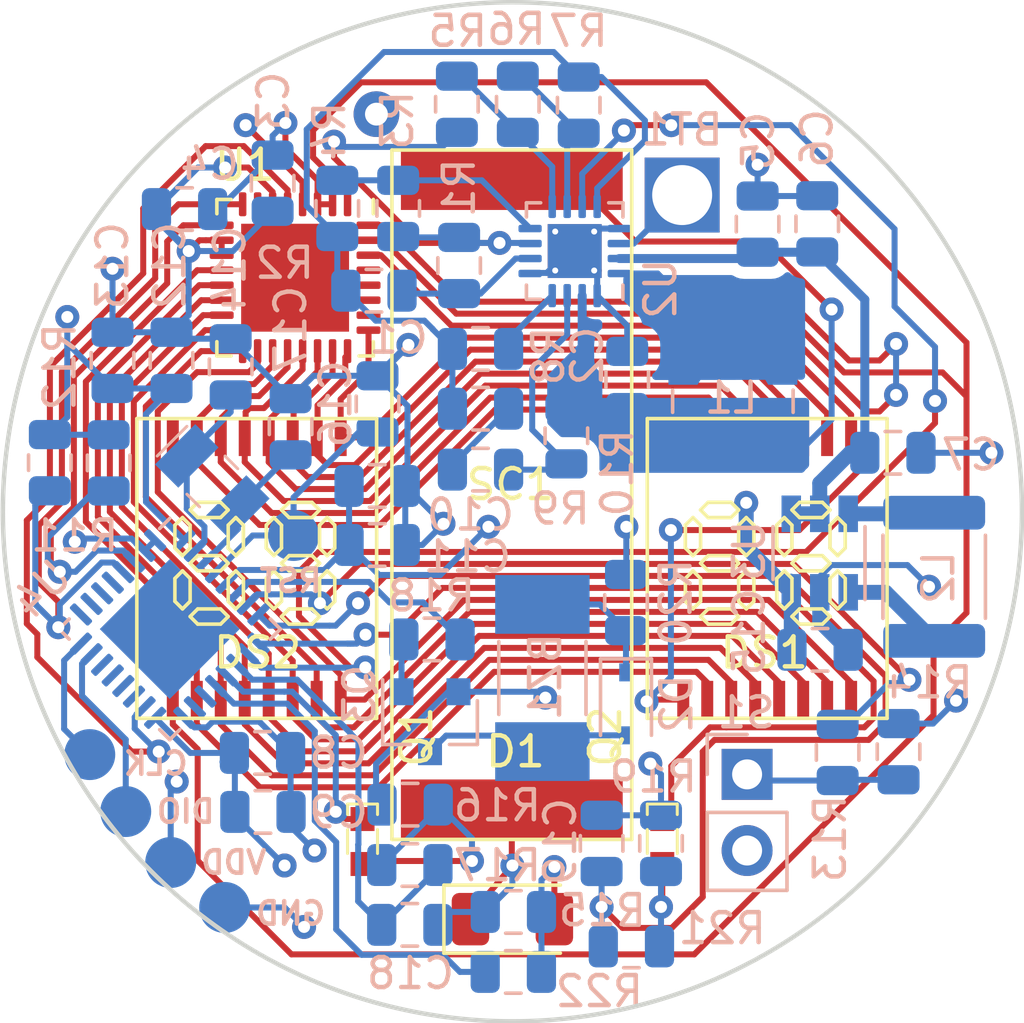
<source format=kicad_pcb>
(kicad_pcb (version 20171130) (host pcbnew 5.1.6)
  (title_block (title "Solar Watch Layout"))
  (layers (0 F.Cu signal hide) (1 In1.Cu power hide) (2 In2.Cu power hide) (31 B.Cu signal) (34 B.Paste user hide) (35 F.Paste user hide) (36 B.SilkS user) (37 F.SilkS user hide) (38 B.Mask user hide) (39 F.Mask user hide) (44 Edge.Cuts user))
  (net 0 "")
  (net 1 VDD)
  (net 2 GND)
  (net 3 /RST)
  (net 4 /LOAD)
  (net 5 "Net-(C14-Pad1)")
  (net 6 /SWCLK)
  (net 7 /SWDIO)
  (net 8 "Net-(L1-Pad2)")
  (net 9 "Net-(L2-Pad2)")
  (net 10 /BUTTON)
  (net 11 /VBAT_OV)
  (net 12 /VBAT_UV)
  (net 13 /OK_HYST)
  (net 14 /OK_PROG)
  (net 15 /VBAT_OK)
  (net 16 "Net-(L2-Pad1)")
  (net 17 /SDA)
  (net 18 /SCL)
  (net 19 "Net-(U4-Pad15)")
  (net 20 "Net-(U4-Pad22)")
  (net 21 "Net-(U4-Pad25)")
  (net 22 "Net-(U4-Pad26)")
  (net 23 "Net-(U4-Pad27)")
  (net 24 "Net-(U4-Pad28)")
  (net 25 /2A)
  (net 26 /2B)
  (net 27 /2C)
  (net 28 /2D)
  (net 29 /2E)
  (net 30 /2F)
  (net 31 /2G)
  (net 32 /COM1)
  (net 33 /1F)
  (net 34 /1E)
  (net 35 /1D)
  (net 36 /1C)
  (net 37 /1B)
  (net 38 /1A)
  (net 39 /COM2)
  (net 40 /RESET)
  (net 41 "Net-(U4-Pad14)")
  (net 42 "Net-(U4-Pad19)")
  (net 43 "Net-(U4-Pad21)")
  (net 44 "Net-(BZ1-Pad1)")
  (net 45 "Net-(BZ1-Pad2)")
  (net 46 "Net-(C1-Pad1)")
  (net 47 "Net-(C2-Pad1)")
  (net 48 "Net-(C17-Pad1)")
  (net 49 /LIGHT_L)
  (net 50 /LIGHT_R)
  (net 51 "Net-(D1-Pad2)")
  (net 52 "Net-(DS1-Pad9)")
  (net 53 "Net-(DS2-Pad9)")
  (net 54 /VLIGHT_L)
  (net 55 "Net-(Q1-Pad2)")
  (net 56 "Net-(Q2-Pad2)")
  (net 57 /VLIGHT_R)
  (net 58 "Net-(Q3-Pad1)")
  (net 59 "Net-(R1-Pad1)")
  (net 60 "Net-(R8-Pad1)")
  (net 61 "Net-(R10-Pad2)")
  (net 62 "Net-(R13-Pad1)")
  (net 63 /LIGHT)
  (net 64 /BUZZER)
  (net 65 "Net-(U1-Pad7)")
  (net 66 "Net-(U1-Pad26)")
  (net 67 "Net-(U1-Pad27)")
  (net 68 "Net-(U1-Pad28)")
  (net 69 "Net-(U1-Pad29)")
  (net 70 "Net-(U4-Pad20)")
  (net 71 "Net-(BT1-PadPos)")
  (net 72 /1G)
  (module luke-footprints:LCD_OD-204 (layer F.Cu) (at 144.5 96.89)
    (fp_text reference DS1 (at 3.9 7.81) (layer F.SilkS))
    (fp_text value LCD_OD-204)
    (pad 8 smd rect (at 6.8 9.375) (size 0.4 1.25) (layers F.Cu F.Paste F.Mask) (net 38 /1A))
    (pad 7 smd rect (at 6 9.375) (size 0.4 1.25) (layers F.Cu F.Paste F.Mask) (net 37 /1B))
    (pad 6 smd rect (at 5.2 9.375) (size 0.4 1.25) (layers F.Cu F.Paste F.Mask) (net 36 /1C))
    (pad 5 smd rect (at 4.4 9.375) (size 0.4 1.25) (layers F.Cu F.Paste F.Mask) (net 35 /1D))
    (pad 4 smd rect (at 3.6 9.375) (size 0.4 1.25) (layers F.Cu F.Paste F.Mask) (net 34 /1E))
    (pad 3 smd rect (at 2.8 9.375) (size 0.4 1.25) (layers F.Cu F.Paste F.Mask) (net 33 /1F))
    (pad 2 smd rect (at 2 9.375) (size 0.4 1.25) (layers F.Cu F.Paste F.Mask) (net 72 /1G))
    (pad 1 smd rect (at 1.2 9.375) (size 0.4 1.25) (layers F.Cu F.Paste F.Mask) (net 32 /COM1))
    (pad 16 smd rect (at 6.8 0.625) (size 0.4 1.25) (layers F.Cu F.Paste F.Mask) (net 31 /2G))
    (pad 15 smd rect (at 6 0.625) (size 0.4 1.25) (layers F.Cu F.Paste F.Mask) (net 30 /2F))
    (pad 14 smd rect (at 5.2 0.625) (size 0.4 1.25) (layers F.Cu F.Paste F.Mask) (net 29 /2E))
    (pad 13 smd rect (at 4.4 0.625) (size 0.4 1.25) (layers F.Cu F.Paste F.Mask) (net 28 /2D))
    (pad 12 smd rect (at 3.6 0.625) (size 0.4 1.25) (layers F.Cu F.Paste F.Mask) (net 27 /2C))
    (pad 11 smd rect (at 2.8 0.625) (size 0.4 1.25) (layers F.Cu F.Paste F.Mask) (net 26 /2B))
    (pad 10 smd rect (at 2 0.625) (size 0.4 1.25) (layers F.Cu F.Paste F.Mask) (net 25 /2A))
    (pad 9 smd rect (at 1.2 0.625) (size 0.4 1.25) (layers F.Cu F.Paste F.Mask) (net 52 "Net-(DS1-Pad9)"))
  )
  (module Package_DFN_QFN:QFN-32-1EP_5x5mm_P0.5mm_EP3.6x3.6mm (layer F.Cu) (at 132.75 92.19 270)
    (fp_text reference U1 (at -3.76088 1.674106) (layer F.SilkS))
    (fp_text value Display-Driver_PCA8561ANH)
    (pad 1 smd roundrect (at -2.45 -1.75 270) (size 0.8 0.25) (layers F.Cu F.Paste F.Mask) (net 39 /COM2))
    (pad 2 smd roundrect (at -2.45 -1.25 270) (size 0.8 0.25) (layers F.Cu F.Paste F.Mask) (net 1 VDD))
    (pad 3 smd roundrect (at -2.45 -0.75 270) (size 0.8 0.25) (layers F.Cu F.Paste F.Mask) (net 1 VDD))
    (pad 4 smd roundrect (at -2.45 -0.25 270) (size 0.8 0.25) (layers F.Cu F.Paste F.Mask) (net 2 GND))
    (pad 5 smd roundrect (at -2.45 0.25 270) (size 0.8 0.25) (layers F.Cu F.Paste F.Mask) (net 40 /RESET))
    (pad 6 smd roundrect (at -2.45 0.75 270) (size 0.8 0.25) (layers F.Cu F.Paste F.Mask) (net 2 GND))
    (pad 7 smd roundrect (at -2.45 1.25 270) (size 0.8 0.25) (layers F.Cu F.Paste F.Mask) (net 65 "Net-(U1-Pad7)"))
    (pad 8 smd roundrect (at -2.45 1.75 270) (size 0.8 0.25) (layers F.Cu F.Paste F.Mask) (net 18 /SCL))
    (pad 9 smd roundrect (at -1.75 2.45 270) (size 0.25 0.8) (layers F.Cu F.Paste F.Mask) (net 17 /SDA))
    (pad 10 smd roundrect (at -1.25 2.45 270) (size 0.25 0.8) (layers F.Cu F.Paste F.Mask) (net 2 GND))
    (pad 11 smd roundrect (at -0.75 2.45 270) (size 0.25 0.8) (layers F.Cu F.Paste F.Mask) (net 2 GND))
    (pad 12 smd roundrect (at -0.25 2.45 270) (size 0.25 0.8) (layers F.Cu F.Paste F.Mask) (net 72 /1G))
    (pad 13 smd roundrect (at 0.25 2.45 270) (size 0.25 0.8) (layers F.Cu F.Paste F.Mask) (net 33 /1F))
    (pad 14 smd roundrect (at 0.75 2.45 270) (size 0.25 0.8) (layers F.Cu F.Paste F.Mask) (net 34 /1E))
    (pad 15 smd roundrect (at 1.25 2.45 270) (size 0.25 0.8) (layers F.Cu F.Paste F.Mask) (net 35 /1D))
    (pad 16 smd roundrect (at 1.75 2.45 270) (size 0.25 0.8) (layers F.Cu F.Paste F.Mask) (net 36 /1C))
    (pad 17 smd roundrect (at 2.45 1.75 270) (size 0.8 0.25) (layers F.Cu F.Paste F.Mask) (net 37 /1B))
    (pad 18 smd roundrect (at 2.45 1.25 270) (size 0.8 0.25) (layers F.Cu F.Paste F.Mask) (net 38 /1A))
    (pad 19 smd roundrect (at 2.45 0.75 270) (size 0.8 0.25) (layers F.Cu F.Paste F.Mask) (net 25 /2A))
    (pad 20 smd roundrect (at 2.45 0.25 270) (size 0.8 0.25) (layers F.Cu F.Paste F.Mask) (net 26 /2B))
    (pad 21 smd roundrect (at 2.45 -0.25 270) (size 0.8 0.25) (layers F.Cu F.Paste F.Mask) (net 27 /2C))
    (pad 22 smd roundrect (at 2.45 -0.75 270) (size 0.8 0.25) (layers F.Cu F.Paste F.Mask) (net 28 /2D))
    (pad 23 smd roundrect (at 2.45 -1.25 270) (size 0.8 0.25) (layers F.Cu F.Paste F.Mask) (net 29 /2E))
    (pad 24 smd roundrect (at 2.45 -1.75 270) (size 0.8 0.25) (layers F.Cu F.Paste F.Mask) (net 30 /2F))
    (pad 25 smd roundrect (at 1.75 -2.45 270) (size 0.25 0.8) (layers F.Cu F.Paste F.Mask) (net 31 /2G))
    (pad 26 smd roundrect (at 1.25 -2.45 270) (size 0.25 0.8) (layers F.Cu F.Paste F.Mask) (net 66 "Net-(U1-Pad26)"))
    (pad 27 smd roundrect (at 0.75 -2.45 270) (size 0.25 0.8) (layers F.Cu F.Paste F.Mask) (net 67 "Net-(U1-Pad27)"))
    (pad 28 smd roundrect (at 0.25 -2.45 270) (size 0.25 0.8) (layers F.Cu F.Paste F.Mask) (net 68 "Net-(U1-Pad28)"))
    (pad 29 smd roundrect (at -0.25 -2.45 270) (size 0.25 0.8) (layers F.Cu F.Paste F.Mask) (net 69 "Net-(U1-Pad29)"))
    (pad 30 smd roundrect (at -0.75 -2.45 270) (size 0.25 0.8) (layers F.Cu F.Paste F.Mask) (net 32 /COM1))
    (pad 31 smd roundrect (at -1.25 -2.45 270) (size 0.25 0.8) (layers F.Cu F.Paste F.Mask) (net 39 /COM2))
    (pad 32 smd roundrect (at -1.75 -2.45 270) (size 0.25 0.8) (layers F.Cu F.Paste F.Mask) (net 32 /COM1))
    (pad 33 smd rect (at 0 0 270) (size 3.6 3.6) (layers F.Cu F.Mask))
  )
  (module luke-footprints:LCD_OD-204 (layer F.Cu) (at 127.47 96.89)
    (fp_text reference DS2 (at 4.03 7.81) (layer F.SilkS))
    (fp_text value LCD_OD-204)
    (pad 9 smd rect (at 1.2 0.625) (size 0.4 1.25) (layers F.Cu F.Paste F.Mask) (net 53 "Net-(DS2-Pad9)"))
    (pad 10 smd rect (at 2 0.625) (size 0.4 1.25) (layers F.Cu F.Paste F.Mask) (net 25 /2A))
    (pad 11 smd rect (at 2.8 0.625) (size 0.4 1.25) (layers F.Cu F.Paste F.Mask) (net 26 /2B))
    (pad 12 smd rect (at 3.6 0.625) (size 0.4 1.25) (layers F.Cu F.Paste F.Mask) (net 27 /2C))
    (pad 13 smd rect (at 4.4 0.625) (size 0.4 1.25) (layers F.Cu F.Paste F.Mask) (net 28 /2D))
    (pad 14 smd rect (at 5.2 0.625) (size 0.4 1.25) (layers F.Cu F.Paste F.Mask) (net 29 /2E))
    (pad 15 smd rect (at 6 0.625) (size 0.4 1.25) (layers F.Cu F.Paste F.Mask) (net 30 /2F))
    (pad 16 smd rect (at 6.8 0.625) (size 0.4 1.25) (layers F.Cu F.Paste F.Mask) (net 31 /2G))
    (pad 1 smd rect (at 1.2 9.375) (size 0.4 1.25) (layers F.Cu F.Paste F.Mask) (net 39 /COM2))
    (pad 2 smd rect (at 2 9.375) (size 0.4 1.25) (layers F.Cu F.Paste F.Mask) (net 72 /1G))
    (pad 3 smd rect (at 2.8 9.375) (size 0.4 1.25) (layers F.Cu F.Paste F.Mask) (net 33 /1F))
    (pad 4 smd rect (at 3.6 9.375) (size 0.4 1.25) (layers F.Cu F.Paste F.Mask) (net 34 /1E))
    (pad 5 smd rect (at 4.4 9.375) (size 0.4 1.25) (layers F.Cu F.Paste F.Mask) (net 35 /1D))
    (pad 6 smd rect (at 5.2 9.375) (size 0.4 1.25) (layers F.Cu F.Paste F.Mask) (net 36 /1C))
    (pad 7 smd rect (at 6 9.375) (size 0.4 1.25) (layers F.Cu F.Paste F.Mask) (net 37 /1B))
    (pad 8 smd rect (at 6.8 9.375) (size 0.4 1.25) (layers F.Cu F.Paste F.Mask) (net 38 /1A))
  )
  (module luke-footprints:Solar-Cells_KXOB25 (layer F.Cu) (at 139.98 99.43 270)
    (fp_text reference SC1 (at -0.34544 0.05044 180) (layer F.SilkS))
    (fp_text value Solar-Cells_KXOB25-05X3F)
    (pad 1 smd rect (at -10.5 0 270) (size 2 7.4) (layers F.Cu F.Paste F.Mask) (net 47 "Net-(C2-Pad1)"))
    (pad 2 smd rect (at 10.5 0 270) (size 2 7.4) (layers F.Cu F.Paste F.Mask) (net 2 GND))
  )
  (module Resistor_SMD:R_0805_2012Metric (layer B.Cu) (at 140.02996 115.35)
    (fp_text reference R15 (at 2.97004 -2.05 180) (layer B.SilkS) (effects (justify mirror)))
    (fp_text value R_1.5K)
    (pad 2 smd roundrect (at 0.9375 0) (size 0.975 1.4) (layers B.Cu B.Paste B.Mask) (net 51 "Net-(D1-Pad2)"))
    (pad 1 smd roundrect (at -0.9375 0) (size 0.975 1.4) (layers B.Cu B.Paste B.Mask) (net 63 /LIGHT))
  )
  (module Resistor_SMD:R_0805_2012Metric (layer B.Cu) (at 140.0325 113.35 180)
    (fp_text reference R22 (at -2.8675 -2.65) (layer B.SilkS) (effects (justify mirror)))
    (fp_text value R_2.3K)
    (pad 1 smd roundrect (at -0.9375 0 180) (size 0.975 1.4) (layers B.Cu B.Paste B.Mask) (net 51 "Net-(D1-Pad2)"))
    (pad 2 smd roundrect (at 0.9375 0 180) (size 0.975 1.4) (layers B.Cu B.Paste B.Mask) (net 2 GND))
  )
  (module Package_TO_SOT_SMD:TSOT-23-6 (layer B.Cu) (at 150.25366 101.37712 90)
    (fp_text reference U3 (at 0.07712 -2.35366 270) (layer B.SilkS) (effects (justify mirror)))
    (fp_text value Regulator_LTC3531-3)
    (pad 1 smd rect (at -1.31 0.95 90) (size 1.22 0.65) (layers B.Cu B.Paste B.Mask) (net 9 "Net-(L2-Pad2)"))
    (pad 2 smd rect (at -1.31 0 90) (size 1.22 0.65) (layers B.Cu B.Paste B.Mask) (net 2 GND))
    (pad 3 smd rect (at -1.31 -0.95 90) (size 1.22 0.65) (layers B.Cu B.Paste B.Mask) (net 1 VDD))
    (pad 4 smd rect (at 1.31 -0.95 90) (size 1.22 0.65) (layers B.Cu B.Paste B.Mask) (net 4 /LOAD))
    (pad 5 smd rect (at 1.31 0 90) (size 1.22 0.65) (layers B.Cu B.Paste B.Mask) (net 4 /LOAD))
    (pad 6 smd rect (at 1.31 0.95 90) (size 1.22 0.65) (layers B.Cu B.Paste B.Mask) (net 16 "Net-(L2-Pad1)"))
  )
  (module Capacitor_SMD:C_0805_2012Metric (layer B.Cu) (at 150.2641 104.60482)
    (fp_text reference C15 (at -2.3641 -0.60482 90) (layer B.SilkS) (effects (justify mirror)))
    (fp_text value C_10uF)
    (pad 1 smd roundrect (at -0.9375 0) (size 0.975 1.4) (layers B.Cu B.Paste B.Mask) (net 1 VDD))
    (pad 2 smd roundrect (at 0.9375 0) (size 0.975 1.4) (layers B.Cu B.Paste B.Mask) (net 2 GND))
  )
  (module Capacitor_SMD:C_0805_2012Metric (layer B.Cu) (at 152.6944 98.0313)
    (fp_text reference C7 (at 2.6056 0.0687) (layer B.SilkS) (effects (justify mirror)))
    (fp_text value C_2.2uF)
    (pad 2 smd roundrect (at 0.9375 0) (size 0.975 1.4) (layers B.Cu B.Paste B.Mask) (net 2 GND))
    (pad 1 smd roundrect (at -0.9375 0) (size 0.975 1.4) (layers B.Cu B.Paste B.Mask) (net 4 /LOAD))
  )
  (module Inductor_SMD:L_1812_4532Metric (layer B.Cu) (at 154.07132 102.1676 270)
    (fp_text reference L2 (at 0.0294 -0.14498 270) (layer B.SilkS) (effects (justify mirror)))
    (fp_text value L_10uH)
    (pad 1 smd roundrect (at -2.1375 0 270) (size 1.125 3.4) (layers B.Cu B.Paste B.Mask) (roundrect_rratio 0.222222) (net 16 "Net-(L2-Pad1)"))
    (pad 2 smd roundrect (at 2.1375 0 270) (size 1.125 3.4) (layers B.Cu B.Paste B.Mask) (roundrect_rratio 0.222222) (net 9 "Net-(L2-Pad2)"))
  )
  (module Capacitor_SMD:C_0805_2012Metric (layer B.Cu) (at 138.93556 94.56706 180)
    (fp_text reference C1 (at 2.73556 0.36706) (layer B.SilkS) (effects (justify mirror)))
    (fp_text value C_0.01uF)
    (pad 1 smd roundrect (at -0.9375 0 180) (size 0.975 1.4) (layers B.Cu B.Paste B.Mask) (net 46 "Net-(C1-Pad1)"))
    (pad 2 smd roundrect (at 0.9375 0 180) (size 0.975 1.4) (layers B.Cu B.Paste B.Mask) (net 2 GND))
  )
  (module Capacitor_SMD:C_0805_2012Metric (layer B.Cu) (at 143.83004 95.58552 90)
    (fp_text reference C2 (at 0.78552 -1.33004 270) (layer B.SilkS) (effects (justify mirror)))
    (fp_text value C_4.7uF)
    (pad 2 smd roundrect (at 0.9375 0 90) (size 0.975 1.4) (layers B.Cu B.Paste B.Mask) (net 2 GND))
    (pad 1 smd roundrect (at -0.9375 0 90) (size 0.975 1.4) (layers B.Cu B.Paste B.Mask) (net 47 "Net-(C2-Pad1)"))
  )
  (module Capacitor_SMD:C_0805_2012Metric (layer B.Cu) (at 132 89.0375 270)
    (fp_text reference C3 (at -2.7455 -0.0254 90) (layer B.SilkS) (effects (justify mirror)))
    (fp_text value C_0.1uF)
    (pad 1 smd roundrect (at -0.9375 0 270) (size 0.975 1.4) (layers B.Cu B.Paste B.Mask) (net 1 VDD))
    (pad 2 smd roundrect (at 0.9375 0 270) (size 0.975 1.4) (layers B.Cu B.Paste B.Mask) (net 2 GND))
  )
  (module Capacitor_SMD:C_0805_2012Metric (layer B.Cu) (at 129.0625 89.9 180)
    (fp_text reference C4 (at -0.8375 1.5) (layer B.SilkS) (effects (justify mirror)))
    (fp_text value C_0.1uF)
    (pad 2 smd roundrect (at 0.9375 0 180) (size 0.975 1.4) (layers B.Cu B.Paste B.Mask) (net 2 GND))
    (pad 1 smd roundrect (at -0.9375 0 180) (size 0.975 1.4) (layers B.Cu B.Paste B.Mask) (net 1 VDD))
  )
  (module Capacitor_SMD:C_0805_2012Metric (layer B.Cu) (at 148.18 90.4025 90)
    (fp_text reference C5 (at 2.77364 0.0256 270) (layer B.SilkS) (effects (justify mirror)))
    (fp_text value C_4.7uF)
    (pad 1 smd roundrect (at -0.9375 0 90) (size 0.975 1.4) (layers B.Cu B.Paste B.Mask) (net 4 /LOAD))
    (pad 2 smd roundrect (at 0.9375 0 90) (size 0.975 1.4) (layers B.Cu B.Paste B.Mask) (net 2 GND))
  )
  (module Capacitor_SMD:C_0805_2012Metric (layer B.Cu) (at 150.17 90.3925 90)
    (fp_text reference C6 (at 2.84984 -0.00996 270) (layer B.SilkS) (effects (justify mirror)))
    (fp_text value C_0.1uF)
    (pad 2 smd roundrect (at 0.9375 0 90) (size 0.975 1.4) (layers B.Cu B.Paste B.Mask) (net 2 GND))
    (pad 1 smd roundrect (at -0.9375 0 90) (size 0.975 1.4) (layers B.Cu B.Paste B.Mask) (net 4 /LOAD))
  )
  (module Capacitor_SMD:C_0805_2012Metric (layer B.Cu) (at 131.66256 108.04398 180)
    (fp_text reference C8 (at -2.53744 0 180) (layer B.SilkS) (effects (justify mirror)))
    (fp_text value C_0.1uF)
    (pad 1 smd roundrect (at -0.9375 0 180) (size 0.975 1.4) (layers B.Cu B.Paste B.Mask) (net 2 GND))
    (pad 2 smd roundrect (at 0.9375 0 180) (size 0.975 1.4) (layers B.Cu B.Paste B.Mask) (net 1 VDD))
  )
  (module Capacitor_SMD:C_0805_2012Metric (layer B.Cu) (at 131.67756 110.01248 180)
    (fp_text reference C9 (at -2.52244 -0.015) (layer B.SilkS) (effects (justify mirror)))
    (fp_text value C_1uF)
    (pad 1 smd roundrect (at -0.9375 0 180) (size 0.975 1.4) (layers B.Cu B.Paste B.Mask) (net 2 GND))
    (pad 2 smd roundrect (at 0.9375 0 180) (size 0.975 1.4) (layers B.Cu B.Paste B.Mask) (net 1 VDD))
  )
  (module Capacitor_SMD:C_0805_2012Metric (layer B.Cu) (at 135.4885 99.13886 180)
    (fp_text reference C10 (at -3.1115 -0.96114) (layer B.SilkS) (effects (justify mirror)))
    (fp_text value C_0.1uF)
    (pad 1 smd roundrect (at -0.9375 0 180) (size 0.975 1.4) (layers B.Cu B.Paste B.Mask) (net 2 GND))
    (pad 2 smd roundrect (at 0.9375 0 180) (size 0.975 1.4) (layers B.Cu B.Paste B.Mask) (net 1 VDD))
  )
  (module Capacitor_SMD:C_0805_2012Metric (layer B.Cu) (at 135.4885 101.10736 180)
    (fp_text reference C11 (at -3.0115 -0.39264) (layer B.SilkS) (effects (justify mirror)))
    (fp_text value C_1uF)
    (pad 1 smd roundrect (at -0.9375 0 180) (size 0.975 1.4) (layers B.Cu B.Paste B.Mask) (net 2 GND))
    (pad 2 smd roundrect (at 0.9375 0 180) (size 0.975 1.4) (layers B.Cu B.Paste B.Mask) (net 1 VDD))
  )
  (module Capacitor_SMD:C_0805_2012Metric (layer B.Cu) (at 128.62722 94.94728 270)
    (fp_text reference C12 (at -3.16 0.0635 270) (layer B.SilkS) (effects (justify mirror)))
    (fp_text value C_0.1uF)
    (pad 2 smd roundrect (at 0.9375 0 270) (size 0.975 1.4) (layers B.Cu B.Paste B.Mask) (net 1 VDD))
    (pad 1 smd roundrect (at -0.9375 0 270) (size 0.975 1.4) (layers B.Cu B.Paste B.Mask) (net 2 GND))
  )
  (module Capacitor_SMD:C_0805_2012Metric (layer B.Cu) (at 126.65872 94.94728 270)
    (fp_text reference C13 (at -3.16 0 270) (layer B.SilkS) (effects (justify mirror)))
    (fp_text value C_10uF)
    (pad 1 smd roundrect (at -0.9375 0 270) (size 0.975 1.4) (layers B.Cu B.Paste B.Mask) (net 2 GND))
    (pad 2 smd roundrect (at 0.9375 0 270) (size 0.975 1.4) (layers B.Cu B.Paste B.Mask) (net 1 VDD))
  )
  (module Capacitor_SMD:C_0805_2012Metric (layer B.Cu) (at 130.6 95.1625 90)
    (fp_text reference C14 (at 3.2535 -0.0254 90) (layer B.SilkS) (effects (justify mirror)))
    (fp_text value C_20pF)
    (pad 2 smd roundrect (at 0.9375 0 90) (size 0.975 1.4) (layers B.Cu B.Paste B.Mask) (net 2 GND))
    (pad 1 smd roundrect (at -0.9375 0 90) (size 0.975 1.4) (layers B.Cu B.Paste B.Mask) (net 5 "Net-(C14-Pad1)"))
  )
  (module Capacitor_SMD:C_0805_2012Metric (layer B.Cu) (at 135.5 96.4 90)
    (fp_text reference C16 (at 0 -1.4 90) (layer B.SilkS) (effects (justify mirror)))
    (fp_text value C_0.1uF)
    (pad 2 smd roundrect (at 0.9375 0 90) (size 0.975 1.4) (layers B.Cu B.Paste B.Mask) (net 2 GND))
    (pad 1 smd roundrect (at -0.9375 0 90) (size 0.975 1.4) (layers B.Cu B.Paste B.Mask) (net 3 /RST))
  )
  (module Capacitor_SMD:C_0805_2012Metric (layer B.Cu) (at 132.6 97.1625 90)
    (fp_text reference C17 (at 3.2489 0 90) (layer B.SilkS) (effects (justify mirror)))
    (fp_text value C_20pF)
    (pad 1 smd roundrect (at -0.9375 0 90) (size 0.975 1.4) (layers B.Cu B.Paste B.Mask) (net 48 "Net-(C17-Pad1)"))
    (pad 2 smd roundrect (at 0.9375 0 90) (size 0.975 1.4) (layers B.Cu B.Paste B.Mask) (net 2 GND))
  )
  (module Capacitor_SMD:C_0805_2012Metric (layer B.Cu) (at 136.5775 113.78)
    (fp_text reference C18 (at 0.0225 1.62 180) (layer B.SilkS) (effects (justify mirror)))
    (fp_text value C_100uF)
    (pad 2 smd roundrect (at 0.9375 0) (size 0.975 1.4) (layers B.Cu B.Paste B.Mask) (net 2 GND))
    (pad 1 smd roundrect (at -0.9375 0) (size 0.975 1.4) (layers B.Cu B.Paste B.Mask) (net 49 /LIGHT_L))
  )
  (module Capacitor_SMD:C_0805_2012Metric (layer B.Cu) (at 142.97594 111.0625 90)
    (fp_text reference C19 (at 0.0625 -1.37594 90) (layer B.SilkS) (effects (justify mirror)))
    (fp_text value C_100uF)
    (pad 2 smd roundrect (at 0.9375 0 90) (size 0.975 1.4) (layers B.Cu B.Paste B.Mask) (net 2 GND))
    (pad 1 smd roundrect (at -0.9375 0 90) (size 0.975 1.4) (layers B.Cu B.Paste B.Mask) (net 50 /LIGHT_R))
  )
  (module Diode_SMD:D_SOD-323 (layer B.Cu) (at 143.78912 106.40744 270)
    (fp_text reference D2 (at -0.0041 -1.6891 270) (layer B.SilkS) (effects (justify mirror)))
    (fp_text value D-Schotkey_BAT54HT1G)
    (pad 1 smd rect (at -1.05 0 270) (size 0.6 0.45) (layers B.Cu B.Paste B.Mask) (net 44 "Net-(BZ1-Pad1)"))
    (pad 2 smd rect (at 1.05 0 270) (size 0.6 0.45) (layers B.Cu B.Paste B.Mask) (net 45 "Net-(BZ1-Pad2)"))
  )
  (module Inductor_SMD:L_Wuerth_WE-TPC-3816 (layer B.Cu) (at 147.35536 96.31138)
    (fp_text reference L1 (at -0.05536 -0.11138 180) (layer B.SilkS) (effects (justify mirror)))
    (fp_text value L_22uH)
    (pad 1 smd custom (at 0 1.75) (size 0.7 0.7) (layers B.Cu B.Paste B.Mask) (net 47 "Net-(C2-Pad1)") (options (clearance outline) (anchor circle)) (primitives (gr_poly (pts (xy 1.064578 -1.003895) (xy 0.918917 -0.830439) (xy 0.745359 -0.684899) (xy 0.549174 -0.571693) (xy 0.336318 -0.494257) (xy 0.113252 -0.454942) (xy -0.113252 -0.454942) (xy -0.336318 -0.494257) (xy -0.549174 -0.571693) (xy -0.745359 -0.684899) (xy -0.918917 -0.830439) (xy -1.064578 -1.003895) (xy -1.177922 -1.2) (xy -2.15 -1.2) (xy -2.15 0.4) (xy 2.15 0.4) (xy 2.15 -1.2) (xy 1.177922 -1.2)) (width 0))))
    (pad 2 smd custom (at 0 -1.75) (size 0.7 0.7) (layers B.Cu B.Paste B.Mask) (net 8 "Net-(L1-Pad2)") (options (clearance outline) (anchor circle)) (primitives (gr_poly (pts (xy 2.15 -0.4) (xy -2.15 -0.4) (xy -2.15 1.2) (xy -1.177922 1.2) (xy -1.064578 1.003895) (xy -0.918917 0.830439) (xy -0.745359 0.684899) (xy -0.549174 0.571693) (xy -0.336318 0.494257) (xy -0.113252 0.454942) (xy 0.113252 0.454942) (xy 0.336318 0.494257) (xy 0.549174 0.571693) (xy 0.745359 0.684899) (xy 0.918917 0.830439) (xy 1.064578 1.003895) (xy 1.177922 1.2) (xy 2.15 1.2)) (width 0))))
  )
  (module Digikey-footprints:LED_2-SMD_No_Lead_1.7x0.8mm (layer F.Cu) (at 135 111 270)
    (fp_text reference Q1 (at -3.5 -1.8 90) (layer F.SilkS))
    (fp_text value Phototransistor_ALS-PT19-315C)
    (pad 1 smd rect (at -0.75 0 270) (size 0.8 0.8) (layers F.Cu F.Paste F.Mask) (net 54 /VLIGHT_L))
    (pad 2 smd rect (at 0.75 0 270) (size 0.8 0.8) (layers F.Cu F.Paste F.Mask) (net 55 "Net-(Q1-Pad2)"))
  )
  (module Digikey-footprints:LED_2-SMD_No_Lead_1.7x0.8mm (layer F.Cu) (at 145 111 270)
    (fp_text reference Q2 (at -3.5 1.9 90) (layer F.SilkS))
    (fp_text value Phototransistor_ALS-PT19-315C)
    (pad 2 smd rect (at 0.75 0 270) (size 0.8 0.8) (layers F.Cu F.Paste F.Mask) (net 56 "Net-(Q2-Pad2)"))
    (pad 1 smd rect (at -0.75 0 270) (size 0.8 0.8) (layers F.Cu F.Paste F.Mask) (net 57 /VLIGHT_R))
  )
  (module Package_TO_SOT_SMD:SOT-23 (layer B.Cu) (at 137.25116 107.00354 270)
    (fp_text reference Q3 (at -0.90354 2.35116 270) (layer B.SilkS) (effects (justify mirror)))
    (fp_text value Transistor_MMBT3904-TP)
    (pad 1 smd rect (at -1 0.95 270) (size 0.9 0.8) (layers B.Cu B.Paste B.Mask) (net 58 "Net-(Q3-Pad1)"))
    (pad 2 smd rect (at -1 -0.95 270) (size 0.9 0.8) (layers B.Cu B.Paste B.Mask) (net 2 GND))
    (pad 3 smd rect (at 1 0 270) (size 0.9 0.8) (layers B.Cu B.Paste B.Mask) (net 45 "Net-(BZ1-Pad2)"))
  )
  (module Resistor_SMD:R_0805_2012Metric (layer B.Cu) (at 138.22186 91.78318 270)
    (fp_text reference R1 (at -2.59318 0 270) (layer B.SilkS) (effects (justify mirror)))
    (fp_text value R_3.74M)
    (pad 2 smd roundrect (at 0.9375 0 270) (size 0.975 1.4) (layers B.Cu B.Paste B.Mask) (net 11 /VBAT_OV))
    (pad 1 smd roundrect (at -0.9375 0 270) (size 0.975 1.4) (layers B.Cu B.Paste B.Mask) (net 59 "Net-(R1-Pad1)"))
  )
  (module Resistor_SMD:R_0805_2012Metric (layer B.Cu) (at 135.37936 92.62368 180)
    (fp_text reference R2 (at 2.97936 0.92368) (layer B.SilkS) (effects (justify mirror)))
    (fp_text value R_6.19M)
    (pad 1 smd roundrect (at -0.9375 0 180) (size 0.975 1.4) (layers B.Cu B.Paste B.Mask) (net 11 /VBAT_OV))
    (pad 2 smd roundrect (at 0.9375 0 180) (size 0.975 1.4) (layers B.Cu B.Paste B.Mask) (net 2 GND))
  )
  (module Resistor_SMD:R_0805_2012Metric (layer B.Cu) (at 136.18986 89.87818 90)
    (fp_text reference R3 (at 2.94128 -0.02774 270) (layer B.SilkS) (effects (justify mirror)))
    (fp_text value R_4.22M)
    (pad 1 smd roundrect (at -0.9375 0 90) (size 0.975 1.4) (layers B.Cu B.Paste B.Mask) (net 59 "Net-(R1-Pad1)"))
    (pad 2 smd roundrect (at 0.9375 0 90) (size 0.975 1.4) (layers B.Cu B.Paste B.Mask) (net 12 /VBAT_UV))
  )
  (module Resistor_SMD:R_0805_2012Metric (layer B.Cu) (at 134.15786 89.87818 270)
    (fp_text reference R4 (at -2.57818 0.25786 270) (layer B.SilkS) (effects (justify mirror)))
    (fp_text value R_5.62M)
    (pad 2 smd roundrect (at 0.9375 0 270) (size 0.975 1.4) (layers B.Cu B.Paste B.Mask) (net 2 GND))
    (pad 1 smd roundrect (at -0.9375 0 270) (size 0.975 1.4) (layers B.Cu B.Paste B.Mask) (net 12 /VBAT_UV))
  )
  (module Resistor_SMD:R_0805_2012Metric (layer B.Cu) (at 138.14786 86.40314 90)
    (fp_text reference R5 (at 2.43836 0.02814 180) (layer B.SilkS) (effects (justify mirror)))
    (fp_text value R_806K)
    (pad 2 smd roundrect (at 0.9375 0 90) (size 0.975 1.4) (layers B.Cu B.Paste B.Mask) (net 13 /OK_HYST))
    (pad 1 smd roundrect (at -0.9375 0 90) (size 0.975 1.4) (layers B.Cu B.Paste B.Mask) (net 59 "Net-(R1-Pad1)"))
  )
  (module Resistor_SMD:R_0805_2012Metric (layer B.Cu) (at 140.17986 86.40314 90)
    (fp_text reference R6 (at 2.5044 -0.04806 180) (layer B.SilkS) (effects (justify mirror)))
    (fp_text value R_4.22M)
    (pad 1 smd roundrect (at -0.9375 0 90) (size 0.975 1.4) (layers B.Cu B.Paste B.Mask) (net 13 /OK_HYST))
    (pad 2 smd roundrect (at 0.9375 0 90) (size 0.975 1.4) (layers B.Cu B.Paste B.Mask) (net 14 /OK_PROG))
  )
  (module Resistor_SMD:R_0805_2012Metric (layer B.Cu) (at 142.21186 86.43314 90)
    (fp_text reference R7 (at 2.46836 -0.0125 180) (layer B.SilkS) (effects (justify mirror)))
    (fp_text value R_5.11M)
    (pad 2 smd roundrect (at 0.9375 0 90) (size 0.975 1.4) (layers B.Cu B.Paste B.Mask) (net 2 GND))
    (pad 1 smd roundrect (at -0.9375 0 90) (size 0.975 1.4) (layers B.Cu B.Paste B.Mask) (net 14 /OK_PROG))
  )
  (module Resistor_SMD:R_0805_2012Metric (layer B.Cu) (at 138.93536 96.56068 180)
    (fp_text reference R8 (at -2.26464 1.76068 90) (layer B.SilkS) (effects (justify mirror)))
    (fp_text value R_6.04M)
    (pad 1 smd roundrect (at -0.9375 0 180) (size 0.975 1.4) (layers B.Cu B.Paste B.Mask) (net 60 "Net-(R8-Pad1)"))
    (pad 2 smd roundrect (at 0.9375 0 180) (size 0.975 1.4) (layers B.Cu B.Paste B.Mask) (net 2 GND))
  )
  (module Resistor_SMD:R_0805_2012Metric (layer B.Cu) (at 138.93536 98.59268 180)
    (fp_text reference R9 (at -2.66464 -1.30732) (layer B.SilkS) (effects (justify mirror)))
    (fp_text value R_10M)
    (pad 2 smd roundrect (at 0.9375 0 180) (size 0.975 1.4) (layers B.Cu B.Paste B.Mask) (net 60 "Net-(R8-Pad1)"))
    (pad 1 smd roundrect (at -0.9375 0 180) (size 0.975 1.4) (layers B.Cu B.Paste B.Mask) (net 61 "Net-(R10-Pad2)"))
  )
  (module Resistor_SMD:R_0805_2012Metric (layer B.Cu) (at 141.8 97.4625 270)
    (fp_text reference R10 (at 1.2375 -1.7 270) (layer B.SilkS) (effects (justify mirror)))
    (fp_text value R_3.83M)
    (pad 2 smd roundrect (at 0.9375 0 270) (size 0.975 1.4) (layers B.Cu B.Paste B.Mask) (net 61 "Net-(R10-Pad2)"))
    (pad 1 smd roundrect (at -0.9375 0 270) (size 0.975 1.4) (layers B.Cu B.Paste B.Mask) (net 47 "Net-(C2-Pad1)"))
  )
  (module Resistor_SMD:R_0805_2012Metric (layer B.Cu) (at 126.53074 98.36782 270)
    (fp_text reference R11 (at 2.43218 1.13074 180) (layer B.SilkS) (effects (justify mirror)))
    (fp_text value R_4.7K)
    (pad 1 smd roundrect (at -0.9375 0 270) (size 0.975 1.4) (layers B.Cu B.Paste B.Mask) (net 1 VDD))
    (pad 2 smd roundrect (at 0.9375 0 270) (size 0.975 1.4) (layers B.Cu B.Paste B.Mask) (net 17 /SDA))
  )
  (module Resistor_SMD:R_0805_2012Metric (layer B.Cu) (at 124.56732 98.36068 270)
    (fp_text reference R12 (at -3.1981 -0.33268 270) (layer B.SilkS) (effects (justify mirror)))
    (fp_text value R_4.7K)
    (pad 1 smd roundrect (at -0.9375 0 270) (size 0.975 1.4) (layers B.Cu B.Paste B.Mask) (net 1 VDD))
    (pad 2 smd roundrect (at 0.9375 0 270) (size 0.975 1.4) (layers B.Cu B.Paste B.Mask) (net 18 /SCL))
  )
  (module Resistor_SMD:R_0805_2012Metric (layer B.Cu) (at 150.8506 108.0285 90)
    (fp_text reference R13 (at -2.8715 -0.2506 270) (layer B.SilkS) (effects (justify mirror)))
    (fp_text value R_604)
    (pad 1 smd roundrect (at -0.9375 0 90) (size 0.975 1.4) (layers B.Cu B.Paste B.Mask) (net 62 "Net-(R13-Pad1)"))
    (pad 2 smd roundrect (at 0.9375 0 90) (size 0.975 1.4) (layers B.Cu B.Paste B.Mask) (net 10 /BUTTON))
  )
  (module Resistor_SMD:R_0805_2012Metric (layer B.Cu) (at 152.8826 108.0031 90)
    (fp_text reference R14 (at 2.3031 1.0174 180) (layer B.SilkS) (effects (justify mirror)))
    (fp_text value R_10K)
    (pad 2 smd roundrect (at 0.9375 0 90) (size 0.975 1.4) (layers B.Cu B.Paste B.Mask) (net 2 GND))
    (pad 1 smd roundrect (at -0.9375 0 90) (size 0.975 1.4) (layers B.Cu B.Paste B.Mask) (net 62 "Net-(R13-Pad1)"))
  )
  (module Resistor_SMD:R_0805_2012Metric (layer B.Cu) (at 136.58866 109.77 180)
    (fp_text reference R16 (at -2.91134 -0.03) (layer B.SilkS) (effects (justify mirror)))
    (fp_text value R_4.87K)
    (pad 1 smd roundrect (at -0.9375 0 180) (size 0.975 1.4) (layers B.Cu B.Paste B.Mask) (net 55 "Net-(Q1-Pad2)"))
    (pad 2 smd roundrect (at 0.9375 0 180) (size 0.975 1.4) (layers B.Cu B.Paste B.Mask) (net 2 GND))
  )
  (module Resistor_SMD:R_0805_2012Metric (layer B.Cu) (at 136.5785 111.78418 180)
    (fp_text reference R17 (at -2.9215 -0.01582) (layer B.SilkS) (effects (justify mirror)))
    (fp_text value R_160)
    (pad 2 smd roundrect (at 0.9375 0 180) (size 0.975 1.4) (layers B.Cu B.Paste B.Mask) (net 55 "Net-(Q1-Pad2)"))
    (pad 1 smd roundrect (at -0.9375 0 180) (size 0.975 1.4) (layers B.Cu B.Paste B.Mask) (net 49 /LIGHT_L))
  )
  (module Resistor_SMD:R_0805_2012Metric (layer B.Cu) (at 137.31696 104.25704)
    (fp_text reference R18 (at -0.01696 -1.45704) (layer B.SilkS) (effects (justify mirror)))
    (fp_text value R_10K)
    (pad 2 smd roundrect (at 0.9375 0) (size 0.975 1.4) (layers B.Cu B.Paste B.Mask) (net 64 /BUZZER))
    (pad 1 smd roundrect (at -0.9375 0) (size 0.975 1.4) (layers B.Cu B.Paste B.Mask) (net 58 "Net-(Q3-Pad1)"))
  )
  (module Resistor_SMD:R_0805_2012Metric (layer B.Cu) (at 144.9578 111.0625 90)
    (fp_text reference R19 (at 2.2209 -0.2578) (layer B.SilkS) (effects (justify mirror)))
    (fp_text value R_4.87K)
    (pad 1 smd roundrect (at -0.9375 0 90) (size 0.975 1.4) (layers B.Cu B.Paste B.Mask) (net 56 "Net-(Q2-Pad2)"))
    (pad 2 smd roundrect (at 0.9375 0 90) (size 0.975 1.4) (layers B.Cu B.Paste B.Mask) (net 2 GND))
  )
  (module Resistor_SMD:R_0805_2012Metric (layer B.Cu) (at 143.78912 103.02744 270)
    (fp_text reference R20 (at -0.0023 -1.6637 270) (layer B.SilkS) (effects (justify mirror)))
    (fp_text value R_160)
    (pad 1 smd roundrect (at -0.9375 0 270) (size 0.975 1.4) (layers B.Cu B.Paste B.Mask) (net 1 VDD))
    (pad 2 smd roundrect (at 0.9375 0 270) (size 0.975 1.4) (layers B.Cu B.Paste B.Mask) (net 44 "Net-(BZ1-Pad1)"))
  )
  (module Resistor_SMD:R_0805_2012Metric (layer B.Cu) (at 143.9695 114.5)
    (fp_text reference R21 (at 3.0305 -0.6) (layer B.SilkS) (effects (justify mirror)))
    (fp_text value R_160)
    (pad 2 smd roundrect (at 0.9375 0) (size 0.975 1.4) (layers B.Cu B.Paste B.Mask) (net 56 "Net-(Q2-Pad2)"))
    (pad 1 smd roundrect (at -0.9375 0) (size 0.975 1.4) (layers B.Cu B.Paste B.Mask) (net 50 /LIGHT_R))
  )
  (module Connector_PinSocket_2.54mm:PinSocket_1x02_P2.54mm_Vertical (layer B.Cu) (at 147.83 108.76 180)
    (fp_text reference S1 (at 0.03 2.06) (layer B.SilkS) (effects (justify mirror)))
    (fp_text value Switch_1767)
    (pad 2 thru_hole oval (at 0 -2.54 180) (size 1.7 1.7) (drill 1) (layers *.Cu *.Mask) (net 1 VDD))
    (pad 1 thru_hole rect (at 0 0 180) (size 1.7 1.7) (drill 1) (layers *.Cu *.Mask) (net 62 "Net-(R13-Pad1)"))
  )
  (module Package_DFN_QFN:VQFN-16-1EP_3x3mm_P0.5mm_EP1.8x1.8mm_ThermalVias (layer B.Cu) (at 142.0779 91.3003 90)
    (fp_text reference U2 (at -1.25758 2.86532 270) (layer B.SilkS) (effects (justify mirror)))
    (fp_text value Regulator_BQ25504)
    (pad 1 smd roundrect (at -1.4875 0.75 90) (size 0.775 0.25) (layers B.Cu B.Paste B.Mask) (net 2 GND))
    (pad 2 smd roundrect (at -1.4875 0.25 90) (size 0.775 0.25) (layers B.Cu B.Paste B.Mask) (net 47 "Net-(C2-Pad1)"))
    (pad 3 smd roundrect (at -1.4875 -0.25 90) (size 0.775 0.25) (layers B.Cu B.Paste B.Mask) (net 61 "Net-(R10-Pad2)"))
    (pad 4 smd roundrect (at -1.4875 -0.75 90) (size 0.775 0.25) (layers B.Cu B.Paste B.Mask) (net 46 "Net-(C1-Pad1)"))
    (pad 5 smd roundrect (at -0.75 -1.4875 90) (size 0.25 0.775) (layers B.Cu B.Paste B.Mask) (net 2 GND))
    (pad 6 smd roundrect (at -0.25 -1.4875 90) (size 0.25 0.775) (layers B.Cu B.Paste B.Mask) (net 11 /VBAT_OV))
    (pad 7 smd roundrect (at 0.25 -1.4875 90) (size 0.25 0.775) (layers B.Cu B.Paste B.Mask) (net 59 "Net-(R1-Pad1)"))
    (pad 8 smd roundrect (at 0.75 -1.4875 90) (size 0.25 0.775) (layers B.Cu B.Paste B.Mask) (net 12 /VBAT_UV))
    (pad 9 smd roundrect (at 1.4875 -0.75 90) (size 0.775 0.25) (layers B.Cu B.Paste B.Mask) (net 13 /OK_HYST))
    (pad 10 smd roundrect (at 1.4875 -0.25 90) (size 0.775 0.25) (layers B.Cu B.Paste B.Mask) (net 14 /OK_PROG))
    (pad 11 smd roundrect (at 1.4875 0.25 90) (size 0.775 0.25) (layers B.Cu B.Paste B.Mask) (net 15 /VBAT_OK))
    (pad 12 smd roundrect (at 1.4875 0.75 90) (size 0.775 0.25) (layers B.Cu B.Paste B.Mask) (net 2 GND))
    (pad 13 smd roundrect (at 0.75 1.4875 90) (size 0.25 0.775) (layers B.Cu B.Paste B.Mask) (net 2 GND))
    (pad 14 smd roundrect (at 0.25 1.4875 90) (size 0.25 0.775) (layers B.Cu B.Paste B.Mask) (net 71 "Net-(BT1-PadPos)"))
    (pad 15 smd roundrect (at -0.25 1.4875 90) (size 0.25 0.775) (layers B.Cu B.Paste B.Mask) (net 4 /LOAD))
    (pad 16 smd roundrect (at -0.75 1.4875 90) (size 0.25 0.775) (layers B.Cu B.Paste B.Mask) (net 8 "Net-(L1-Pad2)"))
    (pad 17 smd rect (at 0 0 90) (size 1.8 1.8) (layers B.Cu B.Mask) (net 2 GND))
    (pad 17 thru_hole circle (at -0.65 0.65 90) (size 0.5 0.5) (drill 0.2) (layers *.Cu) (net 2 GND))
    (pad 17 thru_hole circle (at 0.65 0.65 90) (size 0.5 0.5) (drill 0.2) (layers *.Cu) (net 2 GND))
    (pad 17 thru_hole circle (at -0.65 -0.65 90) (size 0.5 0.5) (drill 0.2) (layers *.Cu) (net 2 GND))
    (pad 17 thru_hole circle (at 0.65 -0.65 90) (size 0.5 0.5) (drill 0.2) (layers *.Cu) (net 2 GND))
    (pad 17 smd rect (at 0 0 90) (size 1.8 1.8) (layers F.Cu) (net 2 GND))
  )
  (module Package_DFN_QFN:QFN-32-1EP_5x5mm_P0.5mm_EP3.3x3.3mm (layer B.Cu) (at 128.56738 103.91168 225)
    (fp_text reference U4 (at 2.083419 3.951313 225) (layer B.SilkS) (effects (justify mirror)))
    (fp_text value MCU_STM32L051K8Ux)
    (pad 1 smd roundrect (at -2.4375 1.75 225) (size 0.875 0.25) (layers B.Cu B.Paste B.Mask) (net 1 VDD))
    (pad 2 smd roundrect (at -2.4375 1.25 225) (size 0.875 0.25) (layers B.Cu B.Paste B.Mask) (net 5 "Net-(C14-Pad1)"))
    (pad 3 smd roundrect (at -2.4375 0.75 225) (size 0.875 0.25) (layers B.Cu B.Paste B.Mask) (net 48 "Net-(C17-Pad1)"))
    (pad 4 smd roundrect (at -2.4375 0.25 225) (size 0.875 0.25) (layers B.Cu B.Paste B.Mask) (net 3 /RST))
    (pad 5 smd roundrect (at -2.4375 -0.25 225) (size 0.875 0.25) (layers B.Cu B.Paste B.Mask) (net 1 VDD))
    (pad 6 smd roundrect (at -2.4375 -0.75 225) (size 0.875 0.25) (layers B.Cu B.Paste B.Mask) (net 64 /BUZZER))
    (pad 7 smd roundrect (at -2.4375 -1.25 225) (size 0.875 0.25) (layers B.Cu B.Paste B.Mask) (net 10 /BUTTON))
    (pad 8 smd roundrect (at -2.4375 -1.75 225) (size 0.875 0.25) (layers B.Cu B.Paste B.Mask) (net 50 /LIGHT_R))
    (pad 9 smd roundrect (at -1.75 -2.4375 225) (size 0.25 0.875) (layers B.Cu B.Paste B.Mask) (net 57 /VLIGHT_R))
    (pad 10 smd roundrect (at -1.25 -2.4375 225) (size 0.25 0.875) (layers B.Cu B.Paste B.Mask) (net 15 /VBAT_OK))
    (pad 11 smd roundrect (at -0.75 -2.4375 225) (size 0.25 0.875) (layers B.Cu B.Paste B.Mask) (net 49 /LIGHT_L))
    (pad 12 smd roundrect (at -0.25 -2.4375 225) (size 0.25 0.875) (layers B.Cu B.Paste B.Mask) (net 54 /VLIGHT_L))
    (pad 13 smd roundrect (at 0.25 -2.4375 225) (size 0.25 0.875) (layers B.Cu B.Paste B.Mask) (net 63 /LIGHT))
    (pad 14 smd roundrect (at 0.75 -2.4375 225) (size 0.25 0.875) (layers B.Cu B.Paste B.Mask) (net 41 "Net-(U4-Pad14)"))
    (pad 15 smd roundrect (at 1.25 -2.4375 225) (size 0.25 0.875) (layers B.Cu B.Paste B.Mask) (net 19 "Net-(U4-Pad15)"))
    (pad 16 smd roundrect (at 1.75 -2.4375 225) (size 0.25 0.875) (layers B.Cu B.Paste B.Mask) (net 2 GND))
    (pad 17 smd roundrect (at 2.4375 -1.75 225) (size 0.875 0.25) (layers B.Cu B.Paste B.Mask) (net 1 VDD))
    (pad 18 smd roundrect (at 2.4375 -1.25 225) (size 0.875 0.25) (layers B.Cu B.Paste B.Mask) (net 40 /RESET))
    (pad 19 smd roundrect (at 2.4375 -0.75 225) (size 0.875 0.25) (layers B.Cu B.Paste B.Mask) (net 42 "Net-(U4-Pad19)"))
    (pad 20 smd roundrect (at 2.4375 -0.25 225) (size 0.875 0.25) (layers B.Cu B.Paste B.Mask) (net 70 "Net-(U4-Pad20)"))
    (pad 21 smd roundrect (at 2.4375 0.25 225) (size 0.875 0.25) (layers B.Cu B.Paste B.Mask) (net 43 "Net-(U4-Pad21)"))
    (pad 22 smd roundrect (at 2.4375 0.75 225) (size 0.875 0.25) (layers B.Cu B.Paste B.Mask) (net 20 "Net-(U4-Pad22)"))
    (pad 23 smd roundrect (at 2.4375 1.25 225) (size 0.875 0.25) (layers B.Cu B.Paste B.Mask) (net 7 /SWDIO))
    (pad 24 smd roundrect (at 2.4375 1.75 225) (size 0.875 0.25) (layers B.Cu B.Paste B.Mask) (net 6 /SWCLK))
    (pad 25 smd roundrect (at 1.75 2.4375 225) (size 0.25 0.875) (layers B.Cu B.Paste B.Mask) (net 21 "Net-(U4-Pad25)"))
    (pad 26 smd roundrect (at 1.25 2.4375 225) (size 0.25 0.875) (layers B.Cu B.Paste B.Mask) (net 22 "Net-(U4-Pad26)"))
    (pad 27 smd roundrect (at 0.75 2.4375 225) (size 0.25 0.875) (layers B.Cu B.Paste B.Mask) (net 23 "Net-(U4-Pad27)"))
    (pad 28 smd roundrect (at 0.25 2.4375 225) (size 0.25 0.875) (layers B.Cu B.Paste B.Mask) (net 24 "Net-(U4-Pad28)"))
    (pad 29 smd roundrect (at -0.25 2.4375 225) (size 0.25 0.875) (layers B.Cu B.Paste B.Mask) (net 18 /SCL))
    (pad 30 smd roundrect (at -0.75 2.4375 225) (size 0.25 0.875) (layers B.Cu B.Paste B.Mask) (net 17 /SDA))
    (pad 31 smd roundrect (at -1.25 2.4375 225) (size 0.25 0.875) (layers B.Cu B.Paste B.Mask) (net 2 GND))
    (pad 32 smd roundrect (at -1.75 2.4375 225) (size 0.25 0.875) (layers B.Cu B.Paste B.Mask) (net 2 GND))
    (pad 33 smd rect (at 0 0 225) (size 3.3 3.3) (layers B.Cu B.Mask))
  )
  (module Digikey-footprints:SMD-2_3.2x1.5mm (layer B.Cu) (at 129.987936 98.987936 315)
    (fp_text reference XTAL1 hide)
    (fp_text value Crystals_32.768-SMD)
    (pad 2 smd rect (at 1.205 0 315) (size 1.1 1.9) (layers B.Cu B.Paste B.Mask) (net 48 "Net-(C17-Pad1)"))
    (pad 1 smd rect (at -1.205 0 315) (size 1.1 1.9) (layers B.Cu B.Paste B.Mask) (net 5 "Net-(C14-Pad1)"))
  )
  (module Fuse:Fuse_Littelfuse-NANO2-451_453 (layer B.Cu) (at 141 105.545 270)
    (fp_text reference BZ1 (at -0.045 -0.1 90 unlocked) (layer B.SilkS) (effects (justify mirror)))
    (fp_text value Buzzer_Piezo-35mm)
    (pad 1 smd rect (at -2.455 0 270) (size 1.96 3.15) (layers B.Cu B.Paste B.Mask) (net 44 "Net-(BZ1-Pad1)"))
    (pad 2 smd rect (at 2.455 0 270) (size 1.96 3.15) (layers B.Cu B.Paste B.Mask) (net 45 "Net-(BZ1-Pad2)"))
  )
  (module luke-footprints:Battery_Panasonic-ML-2020-V1A (layer B.Cu) (at 145.66328 89.43324 180)
    (fp_text reference BT1 (at 0.00762 2.17932) (layer B.SilkS) (effects (justify mirror)))
    (fp_text value BAT_ML2020-V1A)
    (pad Pos thru_hole rect (at 0 0 180) (size 2.5 2.5) (drill 2) (layers *.Cu *.Mask) (net 71 "Net-(BT1-PadPos)"))
    (pad Neg thru_hole circle (at 10.2 2.7 180) (size 1.524 1.524) (drill 0.762) (layers *.Cu *.Mask) (net 2 GND))
  )
  (module luke-footprints:Connector_PAD_1mm_Circ (layer B.Cu) (at 132.7 100.79)
    (fp_text reference J1 hide)
    (fp_text value Conn_PAD)
    (pad 1 smd circle (at 0 0) (size 1.7 1.7) (layers B.Cu B.Paste B.Mask) (net 3 /RST))
  )
  (module luke-footprints:Connector_PAD_1mm_Circ (layer B.Cu) (at 125.9 108.1)
    (fp_text reference J2 hide)
    (fp_text value Conn_PAD)
    (pad 1 smd circle (at 0 0) (size 1.7 1.7) (layers B.Cu B.Paste B.Mask) (net 6 /SWCLK))
  )
  (module luke-footprints:Connector_PAD_1mm_Circ (layer B.Cu) (at 127.1 110)
    (fp_text reference J3 hide)
    (fp_text value Conn_PAD)
    (pad 1 smd circle (at 0 0) (size 1.7 1.7) (layers B.Cu B.Paste B.Mask) (net 7 /SWDIO))
  )
  (module luke-footprints:Connector_PAD_1mm_Circ (layer B.Cu) (at 130.4 113.2)
    (fp_text reference J4 hide)
    (fp_text value Conn_PAD)
    (pad 1 smd circle (at 0 0) (size 1.7 1.7) (layers B.Cu B.Paste B.Mask) (net 2 GND))
  )
  (module luke-footprints:Connector_PAD_1mm_Circ (layer B.Cu) (at 128.6 111.7)
    (fp_text reference J5 hide)
    (fp_text value Conn_PAD)
    (pad 1 smd circle (at 0 0) (size 1.7 1.7) (layers B.Cu B.Paste B.Mask) (net 1 VDD))
  )
  (module LED_SMD:LED_1206_3216Metric (layer F.Cu) (at 140 113.59)
    (fp_text reference D1 (at 0.1 -5.59) (layer F.SilkS))
    (fp_text value LED_APTD3216LSURCK)
    (pad 1 smd roundrect (at -1.4 0) (size 1.25 1.75) (layers F.Cu F.Paste F.Mask) (roundrect_rratio 0.2) (net 2 GND))
    (pad 2 smd roundrect (at 1.4 0) (size 1.25 1.75) (layers F.Cu F.Paste F.Mask) (roundrect_rratio 0.2) (net 51 "Net-(D1-Pad2)"))
  )
  (gr_text RST (at 132.6 102.3) (layer B.SilkS) (effects (font (size 0.75 0.75)) (justify mirror)))
  (gr_text GND (at 132.6 113.4) (layer B.SilkS) (effects (font (size 0.75 0.75)) (justify mirror)))
  (gr_text "VDD\n" (at 130.7 111.7) (layer B.SilkS) (effects (font (size 0.75 0.75)) (justify mirror)))
  (gr_text CLK (at 128.1 108.4) (layer B.SilkS) (effects (font (size 0.75 0.75)) (justify mirror)))
  (gr_text DIO (at 129.1 110) (layer B.SilkS) (effects (font (size 0.75 0.75)) (justify mirror)))
  (gr_circle (center 140 100) (end 157 100) (layer Edge.Cuts) (width 0.15))
  (via (at 147.8 99.7) (size 0.8) (drill 0.4) (layers F.Cu B.Cu) (net 1))
  (segment (start 149.30366 104.58188) (end 149.3266 104.60482) (width 0.5) (layer B.Cu) (net 1))
  (segment (start 149.30366 102.68712) (end 149.30366 104.58188) (width 0.5) (layer B.Cu) (net 1))
  (segment (start 133.718359 101.940001) (end 134.551 101.10736) (width 0.2) (layer B.Cu) (net 1))
  (segment (start 130.892612 101.940001) (end 133.718359 101.940001) (width 0.2) (layer B.Cu) (net 1))
  (segment (start 130.467729 102.364884) (end 130.892612 101.940001) (width 0.2) (layer B.Cu) (net 1))
  (segment (start 134.551 101.10736) (end 134.551 99.13886) (width 0.2) (layer B.Cu) (net 1))
  (segment (start 134 89.74) (end 133.5 89.74) (width 0.2) (layer F.Cu) (net 1))
  (segment (start 134.551 101.10736) (end 135.55101 102.10737) (width 0.2) (layer B.Cu) (net 1))
  (segment (start 130.34006 108.35898) (end 130.32506 108.34398) (width 0.2) (layer B.Cu) (net 1))
  (via (at 132.427149 87.027149) (size 0.8) (drill 0.4) (layers F.Cu B.Cu) (net 1))
  (segment (start 132.2 87.254298) (end 132.427149 87.027149) (width 0.2) (layer B.Cu) (net 1))
  (segment (start 130.4 90.3) (end 130 89.9) (width 0.2) (layer B.Cu) (net 1))
  (segment (start 149.30366 102.162118) (end 149.30366 102.68712) (width 0.2) (layer B.Cu) (net 1))
  (segment (start 132.427149 87.861451) (end 132.427149 87.027149) (width 0.2) (layer F.Cu) (net 1))
  (segment (start 133.5 88.934302) (end 132.427149 87.861451) (width 0.2) (layer F.Cu) (net 1))
  (segment (start 133.5 89.74) (end 133.5 88.934302) (width 0.2) (layer F.Cu) (net 1))
  (segment (start 143.8 100.5) (end 143.8 100.5) (width 0.2) (layer B.Cu) (net 1))
  (via (at 143.8 100.5) (size 0.8) (drill 0.4) (layers F.Cu B.Cu) (net 1))
  (segment (start 135.55101 102.10737) (end 137.09263 102.10737) (width 0.2) (layer B.Cu) (net 1))
  (segment (start 147.83 111.935699) (end 147.83 111.3) (width 0.2) (layer F.Cu) (net 1))
  (segment (start 143.8 102.07906) (end 143.78912 102.08994) (width 0.2) (layer B.Cu) (net 1))
  (segment (start 143.8 100.5) (end 143.8 102.07906) (width 0.2) (layer B.Cu) (net 1))
  (segment (start 147.8 101.18346) (end 149.30366 102.68712) (width 0.5) (layer B.Cu) (net 1))
  (segment (start 147.8 99.7) (end 147.8 101.18346) (width 0.5) (layer B.Cu) (net 1))
  (segment (start 137.09263 102.10737) (end 137.59263 102.10737) (width 0.2) (layer B.Cu) (net 1))
  (segment (start 137.59263 102.10737) (end 139.2 100.5) (width 0.2) (layer B.Cu) (net 1))
  (segment (start 139.2 100.5) (end 139.2 100.5) (width 0.2) (layer B.Cu) (net 1))
  (via (at 139.2 100.5) (size 0.8) (drill 0.4) (layers F.Cu B.Cu) (net 1))
  (segment (start 130.2 89.9) (end 130 89.9) (width 0.2) (layer B.Cu) (net 1))
  (segment (start 132 88.1) (end 130.2 89.9) (width 0.2) (layer B.Cu) (net 1))
  (segment (start 132 87.454298) (end 132.427149 87.027149) (width 0.2) (layer B.Cu) (net 1))
  (segment (start 132 88.1) (end 132 87.454298) (width 0.2) (layer B.Cu) (net 1))
  (segment (start 128.62722 95.88478) (end 126.65872 95.88478) (width 0.2) (layer B.Cu) (net 1))
  (segment (start 124.57446 97.43032) (end 124.56732 97.42318) (width 0.2) (layer B.Cu) (net 1))
  (segment (start 126.53074 97.43032) (end 124.57446 97.43032) (width 0.2) (layer B.Cu) (net 1))
  (segment (start 126.65872 97.30234) (end 126.53074 97.43032) (width 0.2) (layer B.Cu) (net 1))
  (segment (start 126.65872 95.88478) (end 125.15 94.37606) (width 0.2) (layer B.Cu) (net 1))
  (segment (start 125.15 94.37606) (end 125.15 93.5) (width 0.2) (layer B.Cu) (net 1))
  (via (at 125.15 93.5) (size 0.8) (drill 0.4) (layers F.Cu B.Cu) (net 1))
  (segment (start 125.15 96.8405) (end 124.56732 97.42318) (width 0.2) (layer B.Cu) (net 1))
  (segment (start 125.15 94.37606) (end 125.15 96.8405) (width 0.2) (layer B.Cu) (net 1))
  (segment (start 127.775202 96.736798) (end 128.62722 95.88478) (width 0.2) (layer B.Cu) (net 1))
  (segment (start 127.775202 99.672356) (end 127.775202 96.736798) (width 0.2) (layer B.Cu) (net 1))
  (segment (start 129.053516 100.95067) (end 127.775202 99.672356) (width 0.2) (layer B.Cu) (net 1))
  (segment (start 128.6 111.7) (end 128.6 110.3) (width 0.2) (layer B.Cu) (net 1))
  (segment (start 128.6 110.3) (end 128.6 110.3) (width 0.2) (layer B.Cu) (net 1))
  (segment (start 128.6 110.3) (end 128.6 109.2) (width 0.2) (layer B.Cu) (net 1))
  (segment (start 128.6 109.2) (end 128.8 109) (width 0.2) (layer B.Cu) (net 1))
  (segment (start 128.8 109) (end 128.8 109) (width 0.2) (layer B.Cu) (net 1))
  (via (at 128.8 109) (size 0.8) (drill 0.4) (layers F.Cu B.Cu) (net 1))
  (segment (start 130.62506 110.29748) (end 130.64006 110.31248) (width 0.2) (layer B.Cu) (net 1))
  (segment (start 129.252534 108.04398) (end 130.72506 108.04398) (width 0.2) (layer B.Cu) (net 1))
  (segment (start 128.081244 106.87269) (end 129.252534 108.04398) (width 0.2) (layer B.Cu) (net 1))
  (via (at 132.4 111.8) (size 0.8) (drill 0.4) (layers F.Cu B.Cu) (net 1))
  (segment (start 130.74006 110.14006) (end 130.74006 110.01248) (width 0.2) (layer B.Cu) (net 1))
  (segment (start 132.4 111.8) (end 130.74006 110.14006) (width 0.2) (layer B.Cu) (net 1))
  (segment (start 130.74006 108.05898) (end 130.72506 108.04398) (width 0.2) (layer B.Cu) (net 1))
  (segment (start 130.74006 110.01248) (end 130.74006 108.05898) (width 0.2) (layer B.Cu) (net 1))
  (segment (start 141.1479 92.0303) (end 141.8979 91.2803) (width 0.2) (layer B.Cu) (net 2))
  (segment (start 140.4104 92.0303) (end 141.1479 92.0303) (width 0.2) (layer B.Cu) (net 2))
  (segment (start 142.8279 90.5503) (end 142.0779 91.3003) (width 0.2) (layer B.Cu) (net 2))
  (segment (start 143.5654 90.5503) (end 142.8279 90.5503) (width 0.2) (layer B.Cu) (net 2))
  (segment (start 142.8279 92.0503) (end 142.0779 91.3003) (width 0.2) (layer B.Cu) (net 2))
  (segment (start 142.8279 92.7878) (end 142.8279 92.0503) (width 0.2) (layer B.Cu) (net 2))
  (segment (start 142.971642 85.49564) (end 142.21186 85.49564) (width 0.2) (layer B.Cu) (net 2))
  (segment (start 144.420001 86.943999) (end 142.971642 85.49564) (width 0.2) (layer B.Cu) (net 2))
  (segment (start 144.420001 87.616001) (end 144.420001 86.943999) (width 0.2) (layer B.Cu) (net 2))
  (segment (start 142.8279 89.208102) (end 144.420001 87.616001) (width 0.2) (layer B.Cu) (net 2))
  (segment (start 142.8279 89.8128) (end 142.8279 89.208102) (width 0.2) (layer B.Cu) (net 2))
  (segment (start 143.83004 93.78994) (end 142.8279 92.7878) (width 0.2) (layer B.Cu) (net 2))
  (segment (start 143.83004 94.64802) (end 143.83004 93.78994) (width 0.2) (layer B.Cu) (net 2))
  (segment (start 134.15786 92.33968) (end 134.44186 92.62368) (width 0.2) (layer B.Cu) (net 2))
  (segment (start 134.15786 90.81568) (end 134.15786 92.33968) (width 0.2) (layer B.Cu) (net 2))
  (segment (start 137.341 93.91) (end 137.99806 94.56706) (width 0.2) (layer B.Cu) (net 2))
  (segment (start 137.99806 96.56048) (end 137.99786 96.56068) (width 0.2) (layer B.Cu) (net 2))
  (segment (start 137.99806 94.56706) (end 137.99806 96.56048) (width 0.2) (layer B.Cu) (net 2))
  (segment (start 143.83004 94.64802) (end 143.83004 94.81034) (width 0.2) (layer B.Cu) (net 2))
  (segment (start 137.341 93.91) (end 137.341 93.901) (width 0.2) (layer B.Cu) (net 2))
  (segment (start 137.341 93.901) (end 137.06369 93.62369) (width 0.2) (layer B.Cu) (net 2))
  (segment (start 135.44187 93.62369) (end 135.42409 93.60591) (width 0.2) (layer B.Cu) (net 2))
  (segment (start 137.06369 93.62369) (end 135.44187 93.62369) (width 0.2) (layer B.Cu) (net 2))
  (segment (start 134.44186 92.62368) (end 135.42409 93.60591) (width 0.2) (layer B.Cu) (net 2))
  (segment (start 150.25366 103.65688) (end 151.2016 104.60482) (width 0.5) (layer B.Cu) (net 2))
  (segment (start 150.25366 102.68712) (end 150.25366 103.65688) (width 0.5) (layer B.Cu) (net 2))
  (segment (start 130.3 90.94) (end 130.3 91.44) (width 0.2) (layer F.Cu) (net 2))
  (segment (start 130.3 91.44) (end 130.29 91.44) (width 0.2) (layer F.Cu) (net 2))
  (segment (start 130.3 90.94) (end 129.776002 90.94) (width 0.2) (layer F.Cu) (net 2))
  (segment (start 129.776002 90.94) (end 129.56 90.94) (width 0.2) (layer F.Cu) (net 2))
  (segment (start 129.56 90.94) (end 129.2 91.3) (width 0.2) (layer F.Cu) (net 2))
  (segment (start 129.2 91.3) (end 129.2 91.3) (width 0.2) (layer F.Cu) (net 2))
  (via (at 129.2 91.3) (size 0.8) (drill 0.4) (layers F.Cu B.Cu) (net 2))
  (segment (start 128.081244 100.950671) (end 127.727691 101.304224) (width 0.2) (layer B.Cu) (net 2))
  (segment (start 128.081244 100.95067) (end 128.081244 100.950671) (width 0.2) (layer B.Cu) (net 2))
  (segment (start 141.376219 84.659999) (end 142.21186 85.49564) (width 0.2) (layer B.Cu) (net 2))
  (segment (start 134.15786 90.81568) (end 133.13899 89.79681) (width 0.2) (layer B.Cu) (net 2))
  (segment (start 132 89.327332) (end 131.672668 89) (width 0.2) (layer F.Cu) (net 2))
  (segment (start 133 89.74) (end 133 89.195935) (width 0.2) (layer F.Cu) (net 2))
  (segment (start 132 89.74) (end 132 89.327332) (width 0.2) (layer F.Cu) (net 2))
  (segment (start 131.672668 89) (end 131.186335 88.513666) (width 0.2) (layer F.Cu) (net 2))
  (segment (start 131.186335 88.513666) (end 130.413666 88.513666) (width 0.2) (layer F.Cu) (net 2))
  (segment (start 130.413666 88.513666) (end 130.413666 88.513666) (width 0.2) (layer F.Cu) (net 2))
  (via (at 130.413666 88.513666) (size 0.8) (drill 0.4) (layers F.Cu B.Cu) (net 2))
  (segment (start 133 89.195935) (end 133 89) (width 0.2) (layer F.Cu) (net 2))
  (segment (start 133 89) (end 131.1 87.1) (width 0.2) (layer F.Cu) (net 2))
  (segment (start 131.1 87.1) (end 131 87) (width 0.2) (layer F.Cu) (net 2))
  (via (at 131.1 87.1) (size 0.8) (drill 0.4) (layers F.Cu B.Cu) (net 2))
  (segment (start 135.717981 84.659999) (end 133.13899 87.23899) (width 0.2) (layer B.Cu) (net 2))
  (segment (start 133.13899 89.79681) (end 133.13899 87.23899) (width 0.2) (layer B.Cu) (net 2))
  (segment (start 136.040001 84.659999) (end 141.376219 84.659999) (width 0.2) (layer B.Cu) (net 2))
  (segment (start 150.638659 101.777119) (end 153.177119 101.777119) (width 0.2) (layer B.Cu) (net 2))
  (segment (start 150.25366 102.162118) (end 150.638659 101.777119) (width 0.2) (layer B.Cu) (net 2))
  (segment (start 150.25366 102.68712) (end 150.25366 102.162118) (width 0.2) (layer B.Cu) (net 2))
  (segment (start 153.177119 101.777119) (end 153.9 102.5) (width 0.2) (layer B.Cu) (net 2))
  (segment (start 153.9 102.5) (end 153.9 102.5) (width 0.2) (layer B.Cu) (net 2))
  (via (at 153.9 102.5) (size 0.8) (drill 0.4) (layers F.Cu B.Cu) (net 2))
  (segment (start 152.8826 107.0656) (end 154.0344 107.0656) (width 0.2) (layer B.Cu) (net 2))
  (segment (start 154.0344 107.0656) (end 154.8 106.3) (width 0.2) (layer B.Cu) (net 2))
  (segment (start 154.8 106.3) (end 154.8 106.3) (width 0.2) (layer B.Cu) (net 2))
  (via (at 154.8 106.3) (size 0.8) (drill 0.4) (layers F.Cu B.Cu) (net 2))
  (segment (start 142.98428 109.7834) (end 142.97594 109.77506) (width 0.2) (layer B.Cu) (net 2))
  (segment (start 144.6 108.4) (end 144.6 108.4) (width 0.2) (layer B.Cu) (net 2))
  (segment (start 137.4554 113.6396) (end 137.315 113.78) (width 0.2) (layer B.Cu) (net 2))
  (segment (start 137.861158 106.00354) (end 138.20116 106.00354) (width 0.2) (layer B.Cu) (net 2))
  (segment (start 135.45116 108.413538) (end 137.861158 106.00354) (width 0.2) (layer B.Cu) (net 2))
  (segment (start 135.45116 109.77) (end 135.45116 108.413538) (width 0.2) (layer B.Cu) (net 2))
  (segment (start 136.426 99.13886) (end 136.426 101.10736) (width 0.2) (layer B.Cu) (net 2))
  (segment (start 130.6 94.225) (end 130.6 94.125) (width 0.2) (layer B.Cu) (net 2))
  (segment (start 136.50001 96.46251) (end 135.5 95.4625) (width 0.2) (layer B.Cu) (net 2))
  (segment (start 136.50001 99.06485) (end 136.50001 96.46251) (width 0.2) (layer B.Cu) (net 2))
  (segment (start 136.426 99.13886) (end 136.50001 99.06485) (width 0.2) (layer B.Cu) (net 2))
  (segment (start 133.3625 95.4625) (end 132.6 96.225) (width 0.2) (layer B.Cu) (net 2))
  (segment (start 135.5 95.4625) (end 133.3625 95.4625) (width 0.2) (layer B.Cu) (net 2))
  (segment (start 129.511334 88.513666) (end 130.413666 88.513666) (width 0.2) (layer B.Cu) (net 2))
  (segment (start 128.125 89.9) (end 129.511334 88.513666) (width 0.2) (layer B.Cu) (net 2))
  (segment (start 138.20116 106.00354) (end 140.79646 106.00354) (width 0.2) (layer B.Cu) (net 2))
  (segment (start 143.31754 109.7834) (end 142.97594 110.125) (width 0.2) (layer B.Cu) (net 2))
  (segment (start 140.79646 106.00354) (end 140.90354 106.00354) (width 0.2) (layer B.Cu) (net 2))
  (segment (start 140.90354 106.00354) (end 141.1 106.2) (width 0.2) (layer B.Cu) (net 2))
  (segment (start 141.1 106.2) (end 141.1 106.2) (width 0.2) (layer B.Cu) (net 2))
  (via (at 141.1 106.2) (size 0.8) (drill 0.4) (layers F.Cu B.Cu) (net 2))
  (segment (start 128.125 90.225) (end 129.2 91.3) (width 0.25) (layer B.Cu) (net 2))
  (segment (start 128.125 89.9) (end 128.125 90.225) (width 0.25) (layer B.Cu) (net 2))
  (segment (start 150.16 89.465) (end 150.17 89.455) (width 0.2) (layer B.Cu) (net 2))
  (segment (start 148.18 89.465) (end 150.16 89.465) (width 0.2) (layer B.Cu) (net 2))
  (segment (start 136.040001 84.659999) (end 135.717981 84.659999) (width 0.2) (layer B.Cu) (net 2))
  (segment (start 140 111.8) (end 140.3 111.75) (width 0.2) (layer F.Cu) (net 2))
  (segment (start 138.6 113.45) (end 138.6 113.59) (width 0.2) (layer F.Cu) (net 2))
  (segment (start 140 111.8) (end 138.6 113.45) (width 0.2) (layer F.Cu) (net 2))
  (via (at 140 111.8) (size 0.8) (drill 0.4) (layers F.Cu B.Cu) (net 2))
  (segment (start 137.745 113.35) (end 137.315 113.78) (width 0.2) (layer B.Cu) (net 2))
  (segment (start 135.5 95.4625) (end 136.53125 94.43125) (width 0.25) (layer B.Cu) (net 2))
  (segment (start 136.53125 94.43125) (end 136.5625 94.4) (width 0.25) (layer B.Cu) (net 2))
  (via (at 136.53125 94.43125) (size 0.8) (drill 0.4) (layers F.Cu B.Cu) (net 2))
  (segment (start 148.18 89.465) (end 148.18 88.42) (width 0.2) (layer B.Cu) (net 2))
  (segment (start 148.18 88.42) (end 148.18 88.42) (width 0.2) (layer B.Cu) (net 2))
  (via (at 148.18 88.42) (size 0.8) (drill 0.4) (layers F.Cu B.Cu) (net 2))
  (segment (start 136.426 101.10736) (end 136.99264 101.10736) (width 0.2) (layer B.Cu) (net 2))
  (segment (start 136.99264 101.10736) (end 137.7 100.4) (width 0.2) (layer B.Cu) (net 2))
  (segment (start 137.7 100.4) (end 137.7 100.4) (width 0.2) (layer B.Cu) (net 2))
  (via (at 137.7 100.4) (size 0.8) (drill 0.4) (layers F.Cu B.Cu) (net 2))
  (segment (start 136.43886 99.13886) (end 137.7 100.4) (width 0.2) (layer B.Cu) (net 2))
  (segment (start 136.426 99.13886) (end 136.43886 99.13886) (width 0.2) (layer B.Cu) (net 2))
  (segment (start 139.98 111.78) (end 140 111.8) (width 0.2) (layer F.Cu) (net 2))
  (segment (start 139.98 109.93) (end 139.98 111.78) (width 0.2) (layer F.Cu) (net 2))
  (segment (start 130.675 91.3) (end 129.2 91.3) (width 0.2) (layer B.Cu) (net 2))
  (segment (start 132 89.975) (end 130.675 91.3) (width 0.2) (layer B.Cu) (net 2))
  (segment (start 127.704224 101.304224) (end 127.727691 101.304224) (width 0.2) (layer B.Cu) (net 2))
  (segment (start 127.292995 100.892995) (end 127.704224 101.304224) (width 0.2) (layer B.Cu) (net 2))
  (via (at 125.4 101) (size 0.8) (drill 0.4) (layers F.Cu B.Cu) (net 2))
  (segment (start 125.507003 100.892997) (end 125.4 101) (width 0.2) (layer B.Cu) (net 2))
  (segment (start 126.907003 100.892997) (end 125.507003 100.892997) (width 0.2) (layer B.Cu) (net 2))
  (segment (start 126.907005 100.892995) (end 126.907003 100.892997) (width 0.2) (layer B.Cu) (net 2))
  (segment (start 127.292995 100.892995) (end 126.907005 100.892995) (width 0.2) (layer B.Cu) (net 2))
  (segment (start 128.84244 94.225) (end 128.62722 94.00978) (width 0.2) (layer B.Cu) (net 2))
  (segment (start 130.6 94.225) (end 128.84244 94.225) (width 0.2) (layer B.Cu) (net 2))
  (segment (start 126.65872 94.00978) (end 128.62722 94.00978) (width 0.2) (layer B.Cu) (net 2))
  (segment (start 129.2 93.437) (end 128.62722 94.00978) (width 0.2) (layer B.Cu) (net 2))
  (segment (start 129.2 91.3) (end 129.2 93.437) (width 0.2) (layer B.Cu) (net 2))
  (segment (start 130.6 94.225) (end 132.6 96.225) (width 0.2) (layer B.Cu) (net 2))
  (segment (start 126.65872 94.00978) (end 126.65872 91.89128) (width 0.2) (layer B.Cu) (net 2))
  (segment (start 126.65872 91.89128) (end 126.65872 91.89128) (width 0.2) (layer B.Cu) (net 2))
  (via (at 126.65872 91.89128) (size 0.8) (drill 0.4) (layers F.Cu B.Cu) (net 2))
  (segment (start 153.6319 98.0313) (end 155.9813 98.0313) (width 0.2) (layer B.Cu) (net 2))
  (segment (start 155.9813 98.0313) (end 155.9813 98.0313) (width 0.2) (layer B.Cu) (net 2))
  (via (at 155.9813 98.0313) (size 0.8) (drill 0.4) (layers F.Cu B.Cu) (net 2))
  (segment (start 144.6 108.4) (end 144.5 108.3) (width 0.2) (layer B.Cu) (net 2))
  (segment (start 144.9578 108.7578) (end 144.6 108.4) (width 0.2) (layer B.Cu) (net 2))
  (via (at 144.6 108.4) (size 0.8) (drill 0.4) (layers F.Cu B.Cu) (net 2))
  (segment (start 144.9578 110.125) (end 142.97594 110.125) (width 0.2) (layer B.Cu) (net 2))
  (segment (start 144.9578 110.125) (end 144.9578 108.7578) (width 0.2) (layer B.Cu) (net 2))
  (segment (start 130.4 113.2) (end 132.3 113.2) (width 0.2) (layer B.Cu) (net 2))
  (segment (start 132.3 113.2) (end 132.4 113.2) (width 0.2) (layer B.Cu) (net 2))
  (segment (start 132.4 113.2) (end 133.05 113.85) (width 0.2) (layer B.Cu) (net 2))
  (via (at 133.05 113.85) (size 0.8) (drill 0.4) (layers F.Cu B.Cu) (net 2))
  (segment (start 137.945 113.35) (end 137.515 113.78) (width 0.2) (layer B.Cu) (net 2))
  (segment (start 139.095 113.35) (end 137.945 113.35) (width 0.2) (layer B.Cu) (net 2))
  (segment (start 140 112.445) (end 139.095 113.35) (width 0.2) (layer B.Cu) (net 2))
  (segment (start 140 111.8) (end 140 112.445) (width 0.2) (layer B.Cu) (net 2))
  (segment (start 132.51506 108.35898) (end 132.50006 108.34398) (width 0.2) (layer B.Cu) (net 2))
  (segment (start 132.60006 109.99748) (end 132.61506 110.01248) (width 0.2) (layer B.Cu) (net 2))
  (segment (start 132.60006 108.04398) (end 132.60006 109.99748) (width 0.2) (layer B.Cu) (net 2))
  (segment (start 131.60005 107.04397) (end 132.60006 108.04398) (width 0.2) (layer B.Cu) (net 2))
  (segment (start 130 107) (end 131.55608 107) (width 0.2) (layer B.Cu) (net 2))
  (segment (start 129.808995 107.191005) (end 130 107) (width 0.2) (layer B.Cu) (net 2))
  (segment (start 129.391005 107.191005) (end 129.808995 107.191005) (width 0.2) (layer B.Cu) (net 2))
  (segment (start 131.55608 107) (end 131.60005 107.04397) (width 0.2) (layer B.Cu) (net 2))
  (segment (start 129.07269 106.87269) (end 129.391005 107.191005) (width 0.2) (layer B.Cu) (net 2))
  (segment (start 129.053516 106.87269) (end 129.07269 106.87269) (width 0.2) (layer B.Cu) (net 2))
  (segment (start 132.51506 110.11248) (end 132.61506 110.01248) (width 0.2) (layer B.Cu) (net 2))
  (via (at 133.4 111.3) (size 0.8) (drill 0.4) (layers F.Cu B.Cu) (net 2))
  (segment (start 132.61506 110.51506) (end 132.61506 110.01248) (width 0.2) (layer B.Cu) (net 2))
  (segment (start 133.4 111.3) (end 132.61506 110.51506) (width 0.2) (layer B.Cu) (net 2))
  (segment (start 131.335507 100.79) (end 132.7 100.79) (width 0.2) (layer B.Cu) (net 3))
  (segment (start 130.114176 102.011331) (end 131.335507 100.79) (width 0.2) (layer B.Cu) (net 3))
  (segment (start 134.883366 97.3375) (end 135.5 97.3375) (width 0.2) (layer B.Cu) (net 3))
  (segment (start 132.7 99.520866) (end 134.883366 97.3375) (width 0.2) (layer B.Cu) (net 3))
  (segment (start 132.7 100.79) (end 132.7 99.520866) (width 0.2) (layer B.Cu) (net 3))
  (segment (start 147.89471 91.62529) (end 148.18 91.34) (width 0.2) (layer B.Cu) (net 4))
  (segment (start 143.5654 91.5503) (end 143.6703 91.5503) (width 0.2) (layer B.Cu) (net 4))
  (segment (start 150.25366 100.06712) (end 149.30366 100.06712) (width 0.5) (layer B.Cu) (net 4))
  (segment (start 150.25366 99.04704) (end 150.25366 100.06712) (width 0.5) (layer B.Cu) (net 4))
  (segment (start 151.2694 98.0313) (end 150.25366 99.04704) (width 0.5) (layer B.Cu) (net 4))
  (segment (start 151.7569 98.0313) (end 151.2694 98.0313) (width 0.5) (layer B.Cu) (net 4))
  (segment (start 147.9697 91.5503) (end 148.18 91.34) (width 0.3) (layer B.Cu) (net 4))
  (segment (start 143.5654 91.5503) (end 147.9697 91.5503) (width 0.3) (layer B.Cu) (net 4))
  (segment (start 150.16 91.34) (end 150.17 91.33) (width 0.3) (layer B.Cu) (net 4))
  (segment (start 148.18 91.34) (end 150.16 91.34) (width 0.3) (layer B.Cu) (net 4))
  (segment (start 151.7569 92.9169) (end 151.7569 98.0313) (width 0.3) (layer B.Cu) (net 4))
  (segment (start 150.17 91.33) (end 151.7569 92.9169) (width 0.3) (layer B.Cu) (net 4))
  (segment (start 129.725385 100.985908) (end 129.407069 101.304224) (width 0.2) (layer B.Cu) (net 5))
  (segment (start 129.725385 100.493169) (end 129.725385 100.985908) (width 0.2) (layer B.Cu) (net 5))
  (segment (start 129.135872 99.903656) (end 129.725385 100.493169) (width 0.2) (layer B.Cu) (net 5))
  (segment (start 129.135872 98.135872) (end 129.135872 99.903656) (width 0.2) (layer B.Cu) (net 5))
  (segment (start 130.6 96.671744) (end 130.6 96) (width 0.2) (layer B.Cu) (net 5))
  (segment (start 129.135872 98.135872) (end 130.6 96.671744) (width 0.2) (layer B.Cu) (net 5))
  (segment (start 125.0442 107.2442) (end 125.9 108.1) (width 0.2) (layer B.Cu) (net 6))
  (segment (start 125.0442 104.959986) (end 125.0442 107.2442) (width 0.2) (layer B.Cu) (net 6))
  (segment (start 125.60637 104.397816) (end 125.0442 104.959986) (width 0.2) (layer B.Cu) (net 6))
  (segment (start 127.050001 109.950001) (end 127.1 110) (width 0.2) (layer B.Cu) (net 7))
  (segment (start 125.641608 106.139606) (end 127.1 107.597998) (width 0.2) (layer B.Cu) (net 7))
  (segment (start 127.1 107.597998) (end 127.1 110) (width 0.2) (layer B.Cu) (net 7))
  (segment (start 125.641608 105.069685) (end 125.641608 106.139606) (width 0.2) (layer B.Cu) (net 7))
  (segment (start 125.959924 104.751369) (end 125.641608 105.069685) (width 0.2) (layer B.Cu) (net 7))
  (segment (start 144.84428 92.0503) (end 147.35536 94.56138) (width 0.2) (layer B.Cu) (net 8))
  (segment (start 143.5654 92.0503) (end 144.84428 92.0503) (width 0.2) (layer B.Cu) (net 8))
  (segment (start 152.45334 102.68712) (end 154.07132 104.3051) (width 0.5) (layer B.Cu) (net 9))
  (segment (start 151.20366 102.68712) (end 152.45334 102.68712) (width 0.5) (layer B.Cu) (net 9))
  (segment (start 131.174836 103.071991) (end 131.174836 103.063964) (width 0.2) (layer B.Cu) (net 10))
  (segment (start 133.5786 103.0478) (end 133.5786 103.0478) (width 0.2) (layer F.Cu) (net 10))
  (segment (start 134.886491 101.739909) (end 135.616192 101.739909) (width 0.2) (layer F.Cu) (net 10))
  (segment (start 135.616192 101.739909) (end 137.274091 101.739909) (width 0.2) (layer F.Cu) (net 10))
  (segment (start 137.274091 101.739909) (end 137.414 101.739909) (width 0.2) (layer F.Cu) (net 10))
  (segment (start 131.493152 102.753675) (end 131.174836 103.071991) (width 0.2) (layer B.Cu) (net 10))
  (segment (start 131.946325 102.753675) (end 131.493152 102.753675) (width 0.2) (layer B.Cu) (net 10))
  (segment (start 133.5786 103.0478) (end 133.5786 103.0478) (width 0.2) (layer F.Cu) (net 10))
  (segment (start 131.946325 102.753675) (end 132.553675 102.753675) (width 0.2) (layer B.Cu) (net 10))
  (segment (start 132.553675 102.753675) (end 132.801875 102.753675) (width 0.2) (layer B.Cu) (net 10))
  (segment (start 133.5786 103.0478) (end 134.886491 101.739909) (width 0.2) (layer F.Cu) (net 10))
  (via (at 133.5786 103.0478) (size 0.8) (drill 0.4) (layers F.Cu B.Cu) (net 10))
  (segment (start 133.284475 102.753675) (end 133.5786 103.0478) (width 0.2) (layer B.Cu) (net 10))
  (segment (start 132.553675 102.753675) (end 133.284475 102.753675) (width 0.2) (layer B.Cu) (net 10))
  (segment (start 151.194715 107.091) (end 150.8506 107.091) (width 0.2) (layer B.Cu) (net 10))
  (segment (start 152.570915 105.7148) (end 151.194715 107.091) (width 0.2) (layer B.Cu) (net 10))
  (segment (start 153.2448 105.6052) (end 153.1366 105.6052) (width 0.2) (layer F.Cu) (net 10))
  (via (at 153.2448 105.6052) (size 0.8) (drill 0.4) (layers F.Cu B.Cu) (net 10))
  (segment (start 153.1352 105.7148) (end 153.2448 105.6052) (width 0.2) (layer B.Cu) (net 10))
  (segment (start 152.570915 105.7148) (end 153.1352 105.7148) (width 0.2) (layer B.Cu) (net 10))
  (segment (start 149.379509 101.739909) (end 153.2448 105.6052) (width 0.2) (layer F.Cu) (net 10))
  (segment (start 137.274091 101.739909) (end 149.379509 101.739909) (width 0.2) (layer F.Cu) (net 10))
  (segment (start 136.41386 92.72068) (end 136.31686 92.62368) (width 0.2) (layer B.Cu) (net 11))
  (segment (start 138.22186 92.72068) (end 136.41386 92.72068) (width 0.2) (layer B.Cu) (net 11))
  (segment (start 138.935322 92.72068) (end 138.22186 92.72068) (width 0.2) (layer B.Cu) (net 11))
  (segment (start 140.105702 91.5503) (end 138.935322 92.72068) (width 0.2) (layer B.Cu) (net 11))
  (segment (start 140.5904 91.5503) (end 140.105702 91.5503) (width 0.2) (layer B.Cu) (net 11))
  (segment (start 138.98078 88.94068) (end 136.18986 88.94068) (width 0.2) (layer B.Cu) (net 12))
  (segment (start 140.5904 90.5503) (end 138.98078 88.94068) (width 0.2) (layer B.Cu) (net 12))
  (segment (start 136.18986 88.94068) (end 134.15786 88.94068) (width 0.2) (layer B.Cu) (net 12))
  (segment (start 138.30486 85.46564) (end 138.14786 85.46564) (width 0.2) (layer B.Cu) (net 13))
  (segment (start 140.17986 87.34064) (end 138.30486 85.46564) (width 0.2) (layer B.Cu) (net 13))
  (segment (start 141.3279 88.48868) (end 140.17986 87.34064) (width 0.2) (layer B.Cu) (net 13))
  (segment (start 141.3279 89.8128) (end 141.3279 88.48868) (width 0.2) (layer B.Cu) (net 13))
  (segment (start 138.14786 85.46564) (end 138.14786 85.620422) (width 0.2) (layer B.Cu) (net 13))
  (segment (start 140.30686 85.46564) (end 140.17986 85.46564) (width 0.2) (layer B.Cu) (net 14))
  (segment (start 142.21186 87.37064) (end 140.30686 85.46564) (width 0.2) (layer B.Cu) (net 14))
  (segment (start 141.8279 87.7546) (end 142.21186 87.37064) (width 0.2) (layer B.Cu) (net 14))
  (segment (start 141.8279 89.8128) (end 141.8279 87.7546) (width 0.2) (layer B.Cu) (net 14))
  (via (at 143.72 87.28) (size 0.8) (drill 0.4) (layers F.Cu B.Cu) (net 15))
  (segment (start 143.72 87.331494) (end 143.72 87.28) (width 0.2) (layer B.Cu) (net 15))
  (segment (start 142.3279 88.723594) (end 143.72 87.331494) (width 0.2) (layer B.Cu) (net 15))
  (segment (start 142.3279 89.8128) (end 142.3279 88.723594) (width 0.2) (layer B.Cu) (net 15))
  (segment (start 135.2042 105.0798) (end 135.2042 105.0798) (width 0.2) (layer B.Cu) (net 15))
  (via (at 135.092 105.192) (size 0.8) (drill 0.4) (layers F.Cu B.Cu) (net 15))
  (segment (start 131.174836 104.751369) (end 131.623877 105.20041) (width 0.2) (layer B.Cu) (net 15))
  (segment (start 131.623877 105.20041) (end 135.08359 105.20041) (width 0.2) (layer B.Cu) (net 15))
  (segment (start 135.00969 105.27431) (end 135.092 105.192) (width 0.2) (layer F.Cu) (net 15))
  (segment (start 134.670008 105.27431) (end 135.00969 105.27431) (width 0.2) (layer F.Cu) (net 15))
  (segment (start 132.878599 102.001199) (end 133.539899 101.339899) (width 0.2) (layer F.Cu) (net 15))
  (segment (start 132.878599 103.482901) (end 132.878599 102.001199) (width 0.2) (layer F.Cu) (net 15))
  (segment (start 149.797701 101.339899) (end 133.539899 101.339899) (width 0.2) (layer F.Cu) (net 15))
  (segment (start 132.947849 103.552151) (end 132.878599 103.482901) (width 0.2) (layer F.Cu) (net 15))
  (segment (start 132.947849 103.552151) (end 134.670008 105.27431) (width 0.2) (layer F.Cu) (net 15))
  (segment (start 145.3 87) (end 145.3 87.1) (width 0.2) (layer B.Cu) (net 15))
  (segment (start 145.3 87.1) (end 145.3 87.1) (width 0.2) (layer B.Cu) (net 15))
  (via (at 145.3 87.1) (size 0.8) (drill 0.4) (layers F.Cu B.Cu) (net 15))
  (segment (start 143.9 87.1) (end 143.72 87.28) (width 0.2) (layer F.Cu) (net 15))
  (segment (start 145.3 87.1) (end 143.9 87.1) (width 0.2) (layer F.Cu) (net 15))
  (segment (start 152.75 90.566006) (end 152.75 93.15) (width 0.2) (layer B.Cu) (net 15))
  (segment (start 149.283994 87.1) (end 152.75 90.566006) (width 0.2) (layer B.Cu) (net 15))
  (segment (start 145.3 87.1) (end 149.283994 87.1) (width 0.2) (layer B.Cu) (net 15))
  (segment (start 151.7688 99.3688) (end 154.1 97.0376) (width 0.2) (layer F.Cu) (net 15))
  (segment (start 152.2222 98.9154) (end 151.7688 99.3688) (width 0.2) (layer F.Cu) (net 15))
  (segment (start 151.7688 99.3688) (end 149.797701 101.339899) (width 0.2) (layer F.Cu) (net 15))
  (segment (start 154.1 97.0376) (end 154.1 96.3) (width 0.2) (layer F.Cu) (net 15))
  (segment (start 154.1 96.3) (end 154.1 96.3) (width 0.2) (layer F.Cu) (net 15))
  (via (at 154.1 96.3) (size 0.8) (drill 0.4) (layers F.Cu B.Cu) (net 15))
  (segment (start 154.1 94.5) (end 154.1 96.3) (width 0.2) (layer B.Cu) (net 15))
  (segment (start 152.75 93.15) (end 154.1 94.5) (width 0.2) (layer B.Cu) (net 15))
  (segment (start 154.0343 100.06712) (end 154.07132 100.0301) (width 0.5) (layer B.Cu) (net 16))
  (segment (start 151.20366 100.06712) (end 154.0343 100.06712) (width 0.5) (layer B.Cu) (net 16))
  (segment (start 126.23005 94.630055) (end 125.369929 95.490176) (width 0.2) (layer F.Cu) (net 17))
  (segment (start 126.230054 94.630055) (end 126.23005 94.630055) (width 0.2) (layer F.Cu) (net 17))
  (segment (start 128.482849 92.37726) (end 126.230054 94.630055) (width 0.2) (layer F.Cu) (net 17))
  (segment (start 129.023998 90.44) (end 128.482849 90.981149) (width 0.2) (layer F.Cu) (net 17))
  (segment (start 128.482849 90.981149) (end 128.482849 92.37726) (width 0.2) (layer F.Cu) (net 17))
  (segment (start 130.3 90.44) (end 129.023998 90.44) (width 0.2) (layer F.Cu) (net 17))
  (via (at 124.9 102) (size 0.8) (drill 0.4) (layers F.Cu B.Cu) (net 17))
  (segment (start 125.423218 102) (end 124.9 102) (width 0.2) (layer B.Cu) (net 17))
  (segment (start 126.130212 101.293006) (end 125.423218 102) (width 0.2) (layer B.Cu) (net 17))
  (segment (start 127.009364 101.293005) (end 126.130212 101.293006) (width 0.2) (layer B.Cu) (net 17))
  (segment (start 127.374137 101.657777) (end 127.009364 101.293005) (width 0.2) (layer B.Cu) (net 17))
  (segment (start 124.599999 101.699999) (end 124.9 102) (width 0.2) (layer F.Cu) (net 17))
  (segment (start 124.599999 100.613999) (end 124.599999 101.699999) (width 0.2) (layer F.Cu) (net 17))
  (segment (start 125.369929 99.844069) (end 124.599999 100.613999) (width 0.2) (layer F.Cu) (net 17))
  (segment (start 125.369929 95.490176) (end 125.369929 99.844069) (width 0.2) (layer F.Cu) (net 17))
  (segment (start 126.058678 99.30532) (end 126.53074 99.30532) (width 0.2) (layer B.Cu) (net 17))
  (segment (start 124.500001 100.863997) (end 126.058678 99.30532) (width 0.2) (layer B.Cu) (net 17))
  (segment (start 124.500001 101.600001) (end 124.500001 100.863997) (width 0.2) (layer B.Cu) (net 17))
  (segment (start 124.9 102) (end 124.500001 101.600001) (width 0.2) (layer B.Cu) (net 17))
  (segment (start 129.84 89.74) (end 129.73 89.74) (width 0.2) (layer F.Cu) (net 18))
  (segment (start 131 89.74) (end 129.84 89.74) (width 0.2) (layer F.Cu) (net 18))
  (segment (start 129.84 89.74) (end 128.86 89.74) (width 0.2) (layer F.Cu) (net 18))
  (segment (start 126.064364 94.230047) (end 126.06436 94.230047) (width 0.2) (layer F.Cu) (net 18))
  (segment (start 128.86 89.74) (end 128.082839 90.517161) (width 0.2) (layer F.Cu) (net 18))
  (segment (start 128.082839 90.517161) (end 128.082839 92.211572) (width 0.2) (layer F.Cu) (net 18))
  (segment (start 128.082839 92.211572) (end 126.064364 94.230047) (width 0.2) (layer F.Cu) (net 18))
  (segment (start 126.06436 94.230047) (end 124.969919 95.324487) (width 0.2) (layer F.Cu) (net 18))
  (via (at 124.85 103.85) (size 0.8) (drill 0.4) (layers F.Cu B.Cu) (net 18))
  (segment (start 124.199999 100.448301) (end 124.199999 102.349999) (width 0.2) (layer F.Cu) (net 18))
  (segment (start 124.969919 99.678381) (end 124.199999 100.448301) (width 0.2) (layer F.Cu) (net 18))
  (segment (start 124.969919 95.324487) (end 124.969919 99.678381) (width 0.2) (layer F.Cu) (net 18))
  (segment (start 124.85 103) (end 124.85 103.85) (width 0.2) (layer F.Cu) (net 18))
  (segment (start 124.199999 102.349999) (end 124.85 103) (width 0.2) (layer F.Cu) (net 18))
  (segment (start 126.295902 101.693015) (end 124.9 103.088916) (width 0.2) (layer B.Cu) (net 18))
  (segment (start 127.011331 102.011331) (end 126.693015 101.693015) (width 0.2) (layer B.Cu) (net 18))
  (segment (start 124.111084 103.088916) (end 124.1 103.1) (width 0.2) (layer B.Cu) (net 18))
  (segment (start 127.020584 102.011331) (end 127.011331 102.011331) (width 0.2) (layer B.Cu) (net 18))
  (segment (start 126.693015 101.693015) (end 126.295902 101.693015) (width 0.2) (layer B.Cu) (net 18))
  (segment (start 124.1 103.1) (end 124.85 103.85) (width 0.2) (layer B.Cu) (net 18))
  (segment (start 124.9 103.8) (end 124.85 103.85) (width 0.2) (layer B.Cu) (net 18))
  (segment (start 124.9 103.088916) (end 124.9 103.8) (width 0.2) (layer B.Cu) (net 18))
  (segment (start 124.081793 103.081793) (end 124.85 103.85) (width 0.2) (layer B.Cu) (net 18))
  (segment (start 124.081793 99.783707) (end 124.081793 103.081793) (width 0.2) (layer B.Cu) (net 18))
  (segment (start 124.56732 99.29818) (end 124.081793 99.783707) (width 0.2) (layer B.Cu) (net 18))
  (segment (start 126.667031 102.364884) (end 126.664884 102.364884) (width 0.2) (layer B.Cu) (net 24))
  (segment (start 129.5 96.929998) (end 129.5 97.495) (width 0.2) (layer F.Cu) (net 25))
  (segment (start 130.689978 95.74002) (end 129.5 96.929998) (width 0.2) (layer F.Cu) (net 25))
  (segment (start 131.378347 95.74002) (end 130.689978 95.74002) (width 0.2) (layer F.Cu) (net 25))
  (segment (start 132 95.118367) (end 131.378347 95.74002) (width 0.2) (layer F.Cu) (net 25))
  (segment (start 132 94.64) (end 132 95.118367) (width 0.2) (layer F.Cu) (net 25))
  (segment (start 146.5 96.949998) (end 146.5 97.515) (width 0.2) (layer F.Cu) (net 25))
  (segment (start 146.140001 96.589999) (end 146.5 96.949998) (width 0.2) (layer F.Cu) (net 25))
  (segment (start 139.428492 96.589999) (end 146.140001 96.589999) (width 0.2) (layer F.Cu) (net 25))
  (segment (start 135.57844 100.440051) (end 139.428492 96.589999) (width 0.2) (layer F.Cu) (net 25))
  (segment (start 131.570051 100.440051) (end 135.57844 100.440051) (width 0.2) (layer F.Cu) (net 25))
  (segment (start 129.47 98.34) (end 131.570051 100.440051) (width 0.2) (layer F.Cu) (net 25))
  (segment (start 129.47 97.515) (end 129.47 98.34) (width 0.2) (layer F.Cu) (net 25))
  (segment (start 132.5 94.64) (end 132.5 95.184065) (width 0.2) (layer F.Cu) (net 26))
  (segment (start 132.5 95.184065) (end 131.544036 96.14003) (width 0.2) (layer F.Cu) (net 26))
  (segment (start 131.544036 96.14003) (end 131.02 96.14003) (width 0.2) (layer F.Cu) (net 26))
  (segment (start 130.3 96.86003) (end 130.3 97.495) (width 0.2) (layer F.Cu) (net 26))
  (segment (start 131.02 96.14003) (end 130.3 96.86003) (width 0.2) (layer F.Cu) (net 26))
  (segment (start 147.3 96.949998) (end 147.3 97.515) (width 0.2) (layer F.Cu) (net 26))
  (segment (start 146.539991 96.189989) (end 147.3 96.949998) (width 0.2) (layer F.Cu) (net 26))
  (segment (start 139.262803 96.189989) (end 146.539991 96.189989) (width 0.2) (layer F.Cu) (net 26))
  (segment (start 135.412751 100.040041) (end 139.262803 96.189989) (width 0.2) (layer F.Cu) (net 26))
  (segment (start 131.970041 100.040041) (end 135.412751 100.040041) (width 0.2) (layer F.Cu) (net 26))
  (segment (start 130.27 98.34) (end 131.970041 100.040041) (width 0.2) (layer F.Cu) (net 26))
  (segment (start 130.27 97.515) (end 130.27 98.34) (width 0.2) (layer F.Cu) (net 26))
  (segment (start 133 94.64) (end 133 95.249763) (width 0.2) (layer F.Cu) (net 27))
  (segment (start 133 95.249763) (end 131.709725 96.54004) (width 0.2) (layer F.Cu) (net 27))
  (segment (start 131.1 96.67) (end 131.1 97.495) (width 0.2) (layer F.Cu) (net 27))
  (segment (start 131.22996 96.54004) (end 131.1 96.67) (width 0.2) (layer F.Cu) (net 27))
  (segment (start 131.709725 96.54004) (end 131.22996 96.54004) (width 0.2) (layer F.Cu) (net 27))
  (segment (start 148.1 96.949998) (end 148.1 97.515) (width 0.2) (layer F.Cu) (net 27))
  (segment (start 146.939981 95.789979) (end 148.1 96.949998) (width 0.2) (layer F.Cu) (net 27))
  (segment (start 139.097114 95.789979) (end 146.939981 95.789979) (width 0.2) (layer F.Cu) (net 27))
  (segment (start 135.247063 99.640031) (end 139.097114 95.789979) (width 0.2) (layer F.Cu) (net 27))
  (segment (start 132.370031 99.640031) (end 135.247063 99.640031) (width 0.2) (layer F.Cu) (net 27))
  (segment (start 131.07 98.34) (end 132.370031 99.640031) (width 0.2) (layer F.Cu) (net 27))
  (segment (start 131.07 97.515) (end 131.07 98.34) (width 0.2) (layer F.Cu) (net 27))
  (segment (start 133.5 95.315464) (end 131.9 96.915464) (width 0.2) (layer F.Cu) (net 28))
  (segment (start 131.9 96.915464) (end 131.9 97.495) (width 0.2) (layer F.Cu) (net 28))
  (segment (start 133.5 94.64) (end 133.5 95.315464) (width 0.2) (layer F.Cu) (net 28))
  (segment (start 148.9 96.69) (end 148.9 97.515) (width 0.2) (layer F.Cu) (net 28))
  (segment (start 147.599969 95.389969) (end 148.9 96.69) (width 0.2) (layer F.Cu) (net 28))
  (segment (start 138.931425 95.389969) (end 147.599969 95.389969) (width 0.2) (layer F.Cu) (net 28))
  (segment (start 132.770021 99.240021) (end 135.081375 99.240021) (width 0.2) (layer F.Cu) (net 28))
  (segment (start 131.87 98.34) (end 132.770021 99.240021) (width 0.2) (layer F.Cu) (net 28))
  (segment (start 135.081375 99.240021) (end 138.931425 95.389969) (width 0.2) (layer F.Cu) (net 28))
  (segment (start 131.87 97.515) (end 131.87 98.34) (width 0.2) (layer F.Cu) (net 28))
  (segment (start 132.7 96.681162) (end 132.7 97.495) (width 0.2) (layer F.Cu) (net 29))
  (segment (start 134 95.381162) (end 132.7 96.681162) (width 0.2) (layer F.Cu) (net 29))
  (segment (start 134 94.64) (end 134 95.381162) (width 0.2) (layer F.Cu) (net 29))
  (segment (start 149.7 96.924301) (end 149.7 97.515) (width 0.2) (layer F.Cu) (net 29))
  (segment (start 147.765658 94.989959) (end 149.7 96.924301) (width 0.2) (layer F.Cu) (net 29))
  (segment (start 138.765736 94.989959) (end 147.765658 94.989959) (width 0.2) (layer F.Cu) (net 29))
  (segment (start 135.647849 98.107849) (end 138.765736 94.989959) (width 0.2) (layer F.Cu) (net 29))
  (segment (start 134.915687 98.840011) (end 135.647849 98.107849) (width 0.2) (layer F.Cu) (net 29))
  (segment (start 133.170011 98.840011) (end 134.915687 98.840011) (width 0.2) (layer F.Cu) (net 29))
  (segment (start 132.67 98.34) (end 133.170011 98.840011) (width 0.2) (layer F.Cu) (net 29))
  (segment (start 132.67 97.515) (end 132.67 98.34) (width 0.2) (layer F.Cu) (net 29))
  (segment (start 134.42501 94.84499) (end 134.42501 95.52185) (width 0.2) (layer F.Cu) (net 30))
  (segment (start 134.5 94.77) (end 134.42501 94.84499) (width 0.2) (layer F.Cu) (net 30))
  (segment (start 134.5 94.64) (end 134.5 94.77) (width 0.2) (layer F.Cu) (net 30))
  (segment (start 133.5 96.44686) (end 133.5 97.495) (width 0.2) (layer F.Cu) (net 30))
  (segment (start 134.42501 95.52185) (end 133.5 96.44686) (width 0.2) (layer F.Cu) (net 30))
  (segment (start 133.829999 98.440001) (end 134.749999 98.440001) (width 0.2) (layer F.Cu) (net 30))
  (segment (start 133.47 98.080002) (end 133.829999 98.440001) (width 0.2) (layer F.Cu) (net 30))
  (segment (start 133.47 97.515) (end 133.47 98.080002) (width 0.2) (layer F.Cu) (net 30))
  (segment (start 134.749999 98.440001) (end 135.32 97.87) (width 0.2) (layer F.Cu) (net 30))
  (segment (start 135.32 97.87) (end 138.600047 94.589949) (width 0.2) (layer F.Cu) (net 30))
  (segment (start 150.5 96.719898) (end 148.370051 94.589949) (width 0.2) (layer F.Cu) (net 30))
  (segment (start 150.5 97.515) (end 150.5 96.719898) (width 0.2) (layer F.Cu) (net 30))
  (segment (start 138.600047 94.589949) (end 148.370051 94.589949) (width 0.2) (layer F.Cu) (net 30))
  (segment (start 135.2 93.94) (end 135.2 95.312558) (width 0.2) (layer F.Cu) (net 31))
  (segment (start 134.27 96.242558) (end 134.27 97.515) (width 0.2) (layer F.Cu) (net 31))
  (segment (start 135.2 95.312558) (end 134.27 96.242558) (width 0.2) (layer F.Cu) (net 31))
  (segment (start 151.3 96.764301) (end 151.3 97.515) (width 0.2) (layer F.Cu) (net 31))
  (segment (start 148.725638 94.189939) (end 151.3 96.764301) (width 0.2) (layer F.Cu) (net 31))
  (segment (start 134.27 97.515) (end 135.109301 97.515) (width 0.2) (layer F.Cu) (net 31))
  (segment (start 135.109301 97.515) (end 136.04715 96.577151) (width 0.2) (layer F.Cu) (net 31))
  (segment (start 138.434358 94.189939) (end 148.725638 94.189939) (width 0.2) (layer F.Cu) (net 31))
  (segment (start 136.04715 96.577147) (end 138.434358 94.189939) (width 0.2) (layer F.Cu) (net 31))
  (segment (start 136.04715 96.577151) (end 136.04715 96.577147) (width 0.2) (layer F.Cu) (net 31))
  (segment (start 148.939931 93.789929) (end 151.800001 96.649999) (width 0.2) (layer F.Cu) (net 32))
  (segment (start 137.962597 93.789929) (end 148.939931 93.789929) (width 0.2) (layer F.Cu) (net 32))
  (segment (start 135.612668 91.44) (end 137.962597 93.789929) (width 0.2) (layer F.Cu) (net 32))
  (segment (start 135.2 91.44) (end 135.612668 91.44) (width 0.2) (layer F.Cu) (net 32))
  (segment (start 151.800001 98.380001) (end 149.570602 100.6094) (width 0.2) (layer F.Cu) (net 32))
  (segment (start 151.800001 96.649999) (end 151.800001 98.380001) (width 0.2) (layer F.Cu) (net 32))
  (segment (start 149.570602 100.6094) (end 145.288 100.6094) (width 0.2) (layer F.Cu) (net 32))
  (segment (start 144.475 106.325) (end 144.45 106.35) (width 0.2) (layer B.Cu) (net 32))
  (via (at 144.475 106.325) (size 0.8) (drill 0.4) (layers F.Cu B.Cu) (net 32))
  (segment (start 144.535 106.265) (end 144.475 106.325) (width 0.2) (layer F.Cu) (net 32))
  (segment (start 145.7 106.265) (end 144.535 106.265) (width 0.2) (layer F.Cu) (net 32))
  (segment (start 135.2 90.44) (end 135.744064 90.44) (width 0.2) (layer F.Cu) (net 32))
  (segment (start 135.744064 90.44) (end 135.944048 90.639984) (width 0.2) (layer F.Cu) (net 32))
  (segment (start 136.302032 90.997968) (end 137.952032 92.647968) (width 0.2) (layer F.Cu) (net 32))
  (segment (start 135.944048 90.639984) (end 136.302032 90.997968) (width 0.2) (layer F.Cu) (net 32))
  (segment (start 136.302032 90.997968) (end 136.977032 91.672968) (width 0.2) (layer F.Cu) (net 32))
  (segment (start 137.952032 92.647968) (end 138.293973 92.989909) (width 0.2) (layer F.Cu) (net 32))
  (segment (start 149.271308 92.989909) (end 151.231389 94.94999) (width 0.2) (layer F.Cu) (net 32))
  (segment (start 138.293973 92.989909) (end 149.271308 92.989909) (width 0.2) (layer F.Cu) (net 32))
  (segment (start 152.25001 94.94999) (end 152.8 94.4) (width 0.2) (layer F.Cu) (net 32))
  (segment (start 151.231389 94.94999) (end 152.25001 94.94999) (width 0.2) (layer F.Cu) (net 32))
  (segment (start 152.8 94.4) (end 152.8 94.4) (width 0.2) (layer F.Cu) (net 32))
  (via (at 152.8 94.4) (size 0.8) (drill 0.4) (layers F.Cu B.Cu) (net 32))
  (segment (start 152.8 94.4) (end 152.8 96.1) (width 0.2) (layer B.Cu) (net 32))
  (via (at 152.8 96.1) (size 0.8) (drill 0.4) (layers F.Cu B.Cu) (net 32))
  (segment (start 152.250001 96.649999) (end 152.8 96.1) (width 0.2) (layer F.Cu) (net 32))
  (segment (start 151.800001 96.649999) (end 152.250001 96.649999) (width 0.2) (layer F.Cu) (net 32))
  (segment (start 145.288 100.6094) (end 145.288 100.6094) (width 0.2) (layer F.Cu) (net 32))
  (via (at 145.288 100.6094) (size 0.8) (drill 0.4) (layers F.Cu B.Cu) (net 32))
  (segment (start 145.288 105.512) (end 144.475 106.325) (width 0.2) (layer B.Cu) (net 32))
  (segment (start 145.288 100.6094) (end 145.288 105.512) (width 0.2) (layer B.Cu) (net 32))
  (segment (start 147.3 105.699998) (end 147.3 106.265) (width 0.2) (layer F.Cu) (net 33))
  (segment (start 146.539991 104.939989) (end 147.3 105.699998) (width 0.2) (layer F.Cu) (net 33))
  (segment (start 139.222804 104.939989) (end 146.539991 104.939989) (width 0.2) (layer F.Cu) (net 33))
  (segment (start 135.372753 108.790041) (end 139.222804 104.939989) (width 0.2) (layer F.Cu) (net 33))
  (segment (start 131.970041 108.790041) (end 135.372753 108.790041) (width 0.2) (layer F.Cu) (net 33))
  (segment (start 130.27 107.09) (end 131.970041 108.790041) (width 0.2) (layer F.Cu) (net 33))
  (segment (start 130.27 106.265) (end 130.27 107.09) (width 0.2) (layer F.Cu) (net 33))
  (segment (start 126.169949 100.16844) (end 130.27 104.268491) (width 0.2) (layer F.Cu) (net 33))
  (segment (start 126.169949 95.821554) (end 126.169949 100.16844) (width 0.2) (layer F.Cu) (net 33))
  (segment (start 129.551505 92.44) (end 126.169949 95.821554) (width 0.2) (layer F.Cu) (net 33))
  (segment (start 130.27 104.268491) (end 130.27 106.265) (width 0.2) (layer F.Cu) (net 33))
  (segment (start 130.3 92.44) (end 129.551505 92.44) (width 0.2) (layer F.Cu) (net 33))
  (segment (start 146.939981 104.539979) (end 148.1 105.699998) (width 0.2) (layer F.Cu) (net 34))
  (segment (start 139.057115 104.539979) (end 146.939981 104.539979) (width 0.2) (layer F.Cu) (net 34))
  (segment (start 135.207065 108.390031) (end 139.057115 104.539979) (width 0.2) (layer F.Cu) (net 34))
  (segment (start 132.370031 108.390031) (end 135.207065 108.390031) (width 0.2) (layer F.Cu) (net 34))
  (segment (start 131.07 107.09) (end 132.370031 108.390031) (width 0.2) (layer F.Cu) (net 34))
  (segment (start 148.1 105.699998) (end 148.1 106.265) (width 0.2) (layer F.Cu) (net 34))
  (segment (start 131.07 106.265) (end 131.07 107.09) (width 0.2) (layer F.Cu) (net 34))
  (segment (start 131.07 104.502793) (end 131.07 106.265) (width 0.2) (layer F.Cu) (net 34))
  (segment (start 127.697207 101.13) (end 131.07 104.502793) (width 0.2) (layer F.Cu) (net 34))
  (segment (start 127.697204 101.13) (end 127.697207 101.13) (width 0.2) (layer F.Cu) (net 34))
  (segment (start 126.569959 100.002755) (end 127.697204 101.13) (width 0.2) (layer F.Cu) (net 34))
  (segment (start 126.569959 95.987243) (end 126.569959 100.002755) (width 0.2) (layer F.Cu) (net 34))
  (segment (start 129.617203 92.94) (end 126.569959 95.987243) (width 0.2) (layer F.Cu) (net 34))
  (segment (start 130.3 92.94) (end 129.617203 92.94) (width 0.2) (layer F.Cu) (net 34))
  (segment (start 147.339971 104.139969) (end 148.9 105.699998) (width 0.2) (layer F.Cu) (net 35))
  (segment (start 138.891429 104.139969) (end 147.339971 104.139969) (width 0.2) (layer F.Cu) (net 35))
  (segment (start 135.041377 107.990021) (end 138.891429 104.139969) (width 0.2) (layer F.Cu) (net 35))
  (segment (start 148.9 105.699998) (end 148.9 106.265) (width 0.2) (layer F.Cu) (net 35))
  (segment (start 133.030019 107.990021) (end 135.041377 107.990021) (width 0.2) (layer F.Cu) (net 35))
  (segment (start 131.87 106.830002) (end 133.030019 107.990021) (width 0.2) (layer F.Cu) (net 35))
  (segment (start 131.87 106.265) (end 131.87 106.830002) (width 0.2) (layer F.Cu) (net 35))
  (segment (start 126.969969 99.837066) (end 128.552905 101.42) (width 0.2) (layer F.Cu) (net 35))
  (segment (start 126.969969 96.152932) (end 126.969969 99.837066) (width 0.2) (layer F.Cu) (net 35))
  (segment (start 131.87 104.737095) (end 131.87 106.265) (width 0.2) (layer F.Cu) (net 35))
  (segment (start 128.552905 101.42) (end 131.87 104.737095) (width 0.2) (layer F.Cu) (net 35))
  (segment (start 129.682903 93.44) (end 126.969969 96.152932) (width 0.2) (layer F.Cu) (net 35))
  (segment (start 130.3 93.44) (end 129.682903 93.44) (width 0.2) (layer F.Cu) (net 35))
  (segment (start 133.430009 107.590011) (end 134.875689 107.590011) (width 0.2) (layer F.Cu) (net 36))
  (segment (start 134.875689 107.590011) (end 138.72574 103.739959) (width 0.2) (layer F.Cu) (net 36))
  (segment (start 132.67 106.830002) (end 133.430009 107.590011) (width 0.2) (layer F.Cu) (net 36))
  (segment (start 132.67 106.265) (end 132.67 106.830002) (width 0.2) (layer F.Cu) (net 36))
  (segment (start 149.7 105.69) (end 149.7 106.265) (width 0.2) (layer F.Cu) (net 36))
  (segment (start 147.749959 103.739959) (end 149.7 105.69) (width 0.2) (layer F.Cu) (net 36))
  (segment (start 138.72574 103.739959) (end 147.749959 103.739959) (width 0.2) (layer F.Cu) (net 36))
  (segment (start 127.369979 99.671377) (end 132.67 104.971396) (width 0.2) (layer F.Cu) (net 36))
  (segment (start 132.67 104.971396) (end 132.67 106.265) (width 0.2) (layer F.Cu) (net 36))
  (segment (start 127.369979 96.318621) (end 127.369979 99.671377) (width 0.2) (layer F.Cu) (net 36))
  (segment (start 129.748601 93.94) (end 127.369979 96.318621) (width 0.2) (layer F.Cu) (net 36))
  (segment (start 130.3 93.94) (end 129.748601 93.94) (width 0.2) (layer F.Cu) (net 36))
  (segment (start 150.5 105.674301) (end 150.5 106.265) (width 0.2) (layer F.Cu) (net 37))
  (segment (start 133.829999 107.190001) (end 134.710001 107.190001) (width 0.2) (layer F.Cu) (net 37))
  (segment (start 138.560051 103.339949) (end 148.165648 103.339949) (width 0.2) (layer F.Cu) (net 37))
  (segment (start 133.47 106.830002) (end 133.829999 107.190001) (width 0.2) (layer F.Cu) (net 37))
  (segment (start 148.165648 103.339949) (end 150.5 105.674301) (width 0.2) (layer F.Cu) (net 37))
  (segment (start 134.710001 107.190001) (end 138.560051 103.339949) (width 0.2) (layer F.Cu) (net 37))
  (segment (start 133.47 106.265) (end 133.47 106.830002) (width 0.2) (layer F.Cu) (net 37))
  (segment (start 133.47 105.205698) (end 133.47 106.265) (width 0.2) (layer F.Cu) (net 37))
  (segment (start 127.769989 99.505688) (end 133.47 105.205698) (width 0.2) (layer F.Cu) (net 37))
  (segment (start 127.769989 96.48431) (end 127.769989 99.505688) (width 0.2) (layer F.Cu) (net 37))
  (segment (start 129.614299 94.64) (end 127.769989 96.48431) (width 0.2) (layer F.Cu) (net 37))
  (segment (start 131 94.64) (end 129.614299 94.64) (width 0.2) (layer F.Cu) (net 37))
  (segment (start 134.27 106.265) (end 135.069303 106.265) (width 0.2) (layer F.Cu) (net 38))
  (segment (start 135.069303 106.265) (end 138.394362 102.939939) (width 0.2) (layer F.Cu) (net 38))
  (segment (start 151.3 105.699998) (end 151.3 106.265) (width 0.2) (layer F.Cu) (net 38))
  (segment (start 148.539941 102.939939) (end 151.3 105.699998) (width 0.2) (layer F.Cu) (net 38))
  (segment (start 134.27 105.44) (end 134.27 106.265) (width 0.2) (layer F.Cu) (net 38))
  (segment (start 128.169999 96.649999) (end 128.169999 99.339999) (width 0.2) (layer F.Cu) (net 38))
  (segment (start 129.479988 95.34001) (end 128.169999 96.649999) (width 0.2) (layer F.Cu) (net 38))
  (segment (start 128.169999 99.339999) (end 134.27 105.44) (width 0.2) (layer F.Cu) (net 38))
  (segment (start 131.212658 95.34001) (end 129.479988 95.34001) (width 0.2) (layer F.Cu) (net 38))
  (segment (start 131.5 95.052668) (end 131.212658 95.34001) (width 0.2) (layer F.Cu) (net 38))
  (segment (start 131.5 94.64) (end 131.5 95.052668) (width 0.2) (layer F.Cu) (net 38))
  (segment (start 138.394362 102.939939) (end 148.539941 102.939939) (width 0.2) (layer F.Cu) (net 38))
  (segment (start 128.67 107.09) (end 128.67 106.265) (width 0.2) (layer F.Cu) (net 39))
  (segment (start 129.500001 111.636003) (end 129.500001 107.920001) (width 0.2) (layer F.Cu) (net 39))
  (segment (start 132.629008 114.76501) (end 129.500001 111.636003) (width 0.2) (layer F.Cu) (net 39))
  (segment (start 154.05 106.782002) (end 146.066992 114.76501) (width 0.2) (layer F.Cu) (net 39))
  (segment (start 146.066992 114.76501) (end 132.629008 114.76501) (width 0.2) (layer F.Cu) (net 39))
  (segment (start 154.05 104.468386) (end 154.05 106.782002) (width 0.2) (layer F.Cu) (net 39))
  (segment (start 155.15 103.368386) (end 154.05 104.468386) (width 0.2) (layer F.Cu) (net 39))
  (segment (start 129.500001 107.920001) (end 128.67 107.09) (width 0.2) (layer F.Cu) (net 39))
  (segment (start 146.467241 85.671239) (end 155.15 94.353998) (width 0.2) (layer F.Cu) (net 39))
  (segment (start 134.953519 85.671239) (end 146.467241 85.671239) (width 0.2) (layer F.Cu) (net 39))
  (segment (start 133.349999 87.274759) (end 134.953519 85.671239) (width 0.2) (layer F.Cu) (net 39))
  (segment (start 133.349999 88.177331) (end 133.349999 87.274759) (width 0.2) (layer F.Cu) (net 39))
  (segment (start 134.5 89.327332) (end 133.349999 88.177331) (width 0.2) (layer F.Cu) (net 39))
  (segment (start 134.5 89.74) (end 134.5 89.327332) (width 0.2) (layer F.Cu) (net 39))
  (segment (start 138.128285 93.389919) (end 149.10562 93.389919) (width 0.2) (layer F.Cu) (net 39))
  (segment (start 135.678366 90.94) (end 138.128285 93.389919) (width 0.2) (layer F.Cu) (net 39))
  (segment (start 149.10562 93.389919) (end 151.0657 95.35) (width 0.2) (layer F.Cu) (net 39))
  (segment (start 135.2 90.94) (end 135.678366 90.94) (width 0.2) (layer F.Cu) (net 39))
  (segment (start 155.15 94.353998) (end 155.15 95.35) (width 0.2) (layer F.Cu) (net 39))
  (segment (start 151.0657 95.35) (end 154.35 95.35) (width 0.2) (layer F.Cu) (net 39))
  (segment (start 154.35 95.35) (end 155.15 96.15) (width 0.2) (layer F.Cu) (net 39))
  (segment (start 155.15 96.15) (end 155.15 103.368386) (width 0.2) (layer F.Cu) (net 39))
  (segment (start 155.15 95.35) (end 155.15 96.15) (width 0.2) (layer F.Cu) (net 39))
  (via (at 128.2 108) (size 0.8) (drill 0.4) (layers F.Cu B.Cu) (net 40))
  (segment (start 127.3 108) (end 128.2 108) (width 0.2) (layer F.Cu) (net 40))
  (segment (start 124.149999 104.083437) (end 124.149999 104.849999) (width 0.2) (layer F.Cu) (net 40))
  (segment (start 123.799989 103.733427) (end 124.149999 104.083437) (width 0.2) (layer F.Cu) (net 40))
  (segment (start 132.5 89.261633) (end 131.038367 87.8) (width 0.2) (layer F.Cu) (net 40))
  (segment (start 128.964008 88.59999) (end 127.682829 89.881169) (width 0.2) (layer F.Cu) (net 40))
  (segment (start 127.682829 92.045884) (end 125.898674 93.830039) (width 0.2) (layer F.Cu) (net 40))
  (segment (start 132.5 89.74) (end 132.5 89.261633) (width 0.2) (layer F.Cu) (net 40))
  (segment (start 123.799989 100.282612) (end 123.799989 103.733427) (width 0.2) (layer F.Cu) (net 40))
  (segment (start 129.765698 87.8) (end 128.965708 88.59999) (width 0.2) (layer F.Cu) (net 40))
  (segment (start 124.149999 104.849999) (end 127.3 108) (width 0.2) (layer F.Cu) (net 40))
  (segment (start 127.682829 89.881169) (end 127.682829 92.045884) (width 0.2) (layer F.Cu) (net 40))
  (segment (start 131.038367 87.8) (end 129.765698 87.8) (width 0.2) (layer F.Cu) (net 40))
  (segment (start 128.965708 88.59999) (end 128.964008 88.59999) (width 0.2) (layer F.Cu) (net 40))
  (segment (start 125.898674 93.830039) (end 125.89867 93.830039) (width 0.2) (layer F.Cu) (net 40))
  (segment (start 125.89867 93.830039) (end 124.569909 95.158798) (width 0.2) (layer F.Cu) (net 40))
  (segment (start 124.569909 95.158798) (end 124.569909 99.512693) (width 0.2) (layer F.Cu) (net 40))
  (segment (start 124.569909 99.512693) (end 123.799989 100.282612) (width 0.2) (layer F.Cu) (net 40))
  (segment (start 127.727691 106.519136) (end 127.4 106.846827) (width 0.2) (layer B.Cu) (net 40))
  (segment (start 128.165556 108) (end 128.2 108) (width 0.2) (layer B.Cu) (net 40))
  (segment (start 127.4 107.234444) (end 128.165556 108) (width 0.2) (layer B.Cu) (net 40))
  (segment (start 127.4 106.846827) (end 127.4 107.234444) (width 0.2) (layer B.Cu) (net 40))
  (segment (start 143.78912 103.96494) (end 143.78912 105.35744) (width 0.2) (layer B.Cu) (net 44))
  (segment (start 142.91418 103.09) (end 143.78912 103.96494) (width 0.2) (layer B.Cu) (net 44))
  (segment (start 141 103.09) (end 142.91418 103.09) (width 0.2) (layer B.Cu) (net 44))
  (segment (start 143.77916 107.4674) (end 143.78912 107.45744) (width 0.2) (layer B.Cu) (net 45))
  (segment (start 137.7873 107.4674) (end 137.25116 108.00354) (width 0.2) (layer B.Cu) (net 45))
  (segment (start 141.54256 107.45744) (end 141 108) (width 0.2) (layer B.Cu) (net 45))
  (segment (start 143.78912 107.45744) (end 141.54256 107.45744) (width 0.2) (layer B.Cu) (net 45))
  (segment (start 140.4674 107.4674) (end 141 108) (width 0.2) (layer B.Cu) (net 45))
  (segment (start 137.7873 107.4674) (end 140.4674 107.4674) (width 0.2) (layer B.Cu) (net 45))
  (segment (start 139.87306 94.24264) (end 139.87306 94.56706) (width 0.2) (layer B.Cu) (net 46))
  (segment (start 141.3279 92.7878) (end 139.87306 94.24264) (width 0.2) (layer B.Cu) (net 46))
  (segment (start 150.65 96.91674) (end 150.65 93.5) (width 0.2) (layer B.Cu) (net 47))
  (segment (start 149.50536 98.06138) (end 150.65 96.91674) (width 0.2) (layer B.Cu) (net 47))
  (segment (start 147.35536 98.06138) (end 149.50536 98.06138) (width 0.2) (layer B.Cu) (net 47))
  (segment (start 143.42302 96.52302) (end 143.83004 96.52302) (width 0.3) (layer B.Cu) (net 47))
  (segment (start 143.62302 96.52302) (end 143.83004 96.52302) (width 0.2) (layer B.Cu) (net 47))
  (segment (start 145.817 96.52302) (end 147.35536 98.06138) (width 0.5) (layer B.Cu) (net 47))
  (segment (start 143.83004 96.52302) (end 145.817 96.52302) (width 0.5) (layer B.Cu) (net 47))
  (segment (start 141.52386 96.94168) (end 141.65086 96.94168) (width 0.2) (layer B.Cu) (net 47))
  (segment (start 142.3279 95.9971) (end 141.8 96.525) (width 0.3) (layer B.Cu) (net 47))
  (segment (start 142.3279 92.7878) (end 142.3279 95.9971) (width 0.3) (layer B.Cu) (net 47))
  (segment (start 143.82806 96.525) (end 143.83004 96.52302) (width 0.3) (layer B.Cu) (net 47))
  (segment (start 141.8 96.525) (end 143.82806 96.525) (width 0.3) (layer B.Cu) (net 47))
  (segment (start 142.047602 88.93) (end 144.100843 90.983241) (width 0.2) (layer F.Cu) (net 47))
  (segment (start 139.98 88.93) (end 142.047602 88.93) (width 0.2) (layer F.Cu) (net 47))
  (segment (start 150.65 93.5) (end 150.65 93.25) (width 0.2) (layer B.Cu) (net 47))
  (segment (start 150.65 93.25) (end 150.65 93.25) (width 0.2) (layer B.Cu) (net 47))
  (via (at 150.65 93.25) (size 0.8) (drill 0.4) (layers F.Cu B.Cu) (net 47))
  (segment (start 148.383241 90.983241) (end 150.65 93.25) (width 0.2) (layer F.Cu) (net 47))
  (segment (start 146.916759 90.983241) (end 148.383241 90.983241) (width 0.2) (layer F.Cu) (net 47))
  (segment (start 144.100843 90.983241) (end 146.916759 90.983241) (width 0.2) (layer F.Cu) (net 47))
  (segment (start 146.916759 90.983241) (end 147.966759 90.983241) (width 0.2) (layer F.Cu) (net 47))
  (segment (start 130.84 100.472349) (end 130.84 99.84) (width 0.2) (layer B.Cu) (net 48))
  (segment (start 130.84 100.5784) (end 130.84 99.84) (width 0.2) (layer B.Cu) (net 48))
  (segment (start 129.760623 101.657777) (end 130.84 100.5784) (width 0.2) (layer B.Cu) (net 48))
  (segment (start 132.58 98.1) (end 132.6 98.1) (width 0.2) (layer B.Cu) (net 48))
  (segment (start 130.84 99.84) (end 132.58 98.1) (width 0.2) (layer B.Cu) (net 48))
  (segment (start 135.44 113.66018) (end 135.44 113.78) (width 0.2) (layer B.Cu) (net 49))
  (segment (start 132.817618 105.60042) (end 134.5946 107.377402) (width 0.2) (layer B.Cu) (net 49))
  (segment (start 131.31678 105.60042) (end 132.817618 105.60042) (width 0.2) (layer B.Cu) (net 49))
  (segment (start 130.821283 105.104923) (end 131.31678 105.60042) (width 0.2) (layer B.Cu) (net 49))
  (segment (start 134.5946 107.377402) (end 134.5946 107.3946) (width 0.2) (layer B.Cu) (net 49))
  (segment (start 134.5946 107.3946) (end 134.86365 107.66365) (width 0.2) (layer B.Cu) (net 49))
  (segment (start 134.85349 111.102696) (end 134.85349 112.99349) (width 0.2) (layer B.Cu) (net 49))
  (segment (start 134.85349 112.99349) (end 135.64 113.78) (width 0.2) (layer B.Cu) (net 49))
  (segment (start 134.86365 111.092536) (end 134.85349 111.102696) (width 0.2) (layer B.Cu) (net 49))
  (segment (start 134.86365 107.66365) (end 134.86365 111.092536) (width 0.2) (layer B.Cu) (net 49))
  (segment (start 137.516 111.904) (end 137.516 111.78418) (width 0.2) (layer B.Cu) (net 49))
  (segment (start 135.64 113.78) (end 137.516 111.904) (width 0.2) (layer B.Cu) (net 49))
  (segment (start 142.97594 114.87894) (end 143.032 114.935) (width 0.2) (layer B.Cu) (net 50))
  (segment (start 142.97594 113.18306) (end 142.97594 114.87894) (width 0.2) (layer B.Cu) (net 50))
  (via (at 142.97594 113.18306) (size 0.8) (drill 0.4) (layers F.Cu B.Cu) (net 50))
  (segment (start 131.52839 103.425544) (end 131.901447 103.798601) (width 0.2) (layer B.Cu) (net 50))
  (segment (start 133.901399 103.798601) (end 134.101399 103.798601) (width 0.2) (layer B.Cu) (net 50))
  (segment (start 131.901447 103.798601) (end 133.901399 103.798601) (width 0.2) (layer B.Cu) (net 50))
  (segment (start 134.101399 103.798601) (end 134.85 103.05) (width 0.2) (layer B.Cu) (net 50))
  (via (at 134.85 103.05) (size 0.8) (drill 0.4) (layers F.Cu B.Cu) (net 50))
  (segment (start 142.97594 112) (end 142.97594 113.18306) (width 0.2) (layer B.Cu) (net 50))
  (segment (start 145.317599 113.882401) (end 143.675281 113.882401) (width 0.2) (layer F.Cu) (net 50))
  (segment (start 146.35 107.999998) (end 146.35 112.85) (width 0.2) (layer F.Cu) (net 50))
  (segment (start 146.739999 107.609999) (end 146.35 107.999998) (width 0.2) (layer F.Cu) (net 50))
  (segment (start 146.35 112.85) (end 145.317599 113.882401) (width 0.2) (layer F.Cu) (net 50))
  (segment (start 151.885702 107.609999) (end 146.739999 107.609999) (width 0.2) (layer F.Cu) (net 50))
  (segment (start 152.45001 105.484309) (end 152.45001 107.045691) (width 0.2) (layer F.Cu) (net 50))
  (segment (start 143.675281 113.882401) (end 142.97594 113.18306) (width 0.2) (layer F.Cu) (net 50))
  (segment (start 149.10562 102.139919) (end 152.45001 105.484309) (width 0.2) (layer F.Cu) (net 50))
  (segment (start 152.45001 107.045691) (end 151.885702 107.609999) (width 0.2) (layer F.Cu) (net 50))
  (segment (start 135.760081 102.139919) (end 149.10562 102.139919) (width 0.2) (layer F.Cu) (net 50))
  (segment (start 134.85 103.05) (end 135.760081 102.139919) (width 0.2) (layer F.Cu) (net 50))
  (segment (start 140.97 115.60556) (end 140.96746 115.6081) (width 0.2) (layer B.Cu) (net 51))
  (segment (start 141.4 113.59) (end 141.4 111.85) (width 0.2) (layer F.Cu) (net 51))
  (segment (start 141.4 111.85) (end 141.4 111.85) (width 0.2) (layer F.Cu) (net 51))
  (via (at 141.4 111.85) (size 0.8) (drill 0.4) (layers F.Cu B.Cu) (net 51))
  (segment (start 140.97 115.34746) (end 140.96746 115.35) (width 0.2) (layer B.Cu) (net 51))
  (segment (start 140.97 113.35) (end 140.97 115.34746) (width 0.2) (layer B.Cu) (net 51))
  (segment (start 140.97 112.28) (end 141.4 111.85) (width 0.2) (layer B.Cu) (net 51))
  (segment (start 140.97 113.35) (end 140.97 112.28) (width 0.2) (layer B.Cu) (net 51))
  (segment (start 130.467729 105.458476) (end 130.477476 105.458476) (width 0.2) (layer B.Cu) (net 54))
  (segment (start 130.477476 105.458476) (end 130.9116 105.8926) (width 0.2) (layer B.Cu) (net 54))
  (segment (start 131.01943 106.00043) (end 132.3848 106.00043) (width 0.2) (layer B.Cu) (net 54))
  (segment (start 130.9116 105.8926) (end 131.01943 106.00043) (width 0.2) (layer B.Cu) (net 54))
  (segment (start 132.3848 106.00043) (end 132.4102 106.00043) (width 0.2) (layer B.Cu) (net 54))
  (segment (start 134.7574 110.0074) (end 135 110.25) (width 0.2) (layer F.Cu) (net 54))
  (via (at 134.1074 110.0074) (size 0.8) (drill 0.4) (layers F.Cu B.Cu) (net 54))
  (segment (start 134.35 110.25) (end 134.1074 110.0074) (width 0.2) (layer F.Cu) (net 54))
  (segment (start 135 110.25) (end 134.35 110.25) (width 0.2) (layer F.Cu) (net 54))
  (segment (start 134.1074 107.4559) (end 134.1074 110.0074) (width 0.2) (layer B.Cu) (net 54))
  (segment (start 132.651929 106.00043) (end 134.1074 107.4559) (width 0.2) (layer B.Cu) (net 54))
  (segment (start 132.3848 106.00043) (end 132.651929 106.00043) (width 0.2) (layer B.Cu) (net 54))
  (segment (start 135.441 111.65516) (end 135.441 111.78418) (width 0.2) (layer B.Cu) (net 55))
  (segment (start 137.32616 109.77) (end 137.32616 110.325346) (width 0.2) (layer B.Cu) (net 55))
  (segment (start 138.650814 111.65) (end 138.650814 111.65) (width 0.2) (layer B.Cu) (net 55))
  (segment (start 135.1 111.65) (end 135 111.75) (width 0.2) (layer F.Cu) (net 55))
  (segment (start 138.650814 111.65) (end 135.1 111.65) (width 0.2) (layer F.Cu) (net 55))
  (via (at 138.650814 111.65) (size 0.8) (drill 0.4) (layers F.Cu B.Cu) (net 55))
  (segment (start 137.52616 109.89902) (end 137.52616 109.77) (width 0.2) (layer B.Cu) (net 55))
  (segment (start 135.641 111.78418) (end 137.52616 109.89902) (width 0.2) (layer B.Cu) (net 55))
  (segment (start 138.650814 110.894654) (end 138.650814 111.65) (width 0.2) (layer B.Cu) (net 55))
  (segment (start 137.52616 109.77) (end 138.650814 110.894654) (width 0.2) (layer B.Cu) (net 55))
  (segment (start 144.9578 114.8842) (end 144.907 114.935) (width 0.2) (layer B.Cu) (net 56))
  (segment (start 144.9578 113.1824) (end 144.9578 114.8842) (width 0.2) (layer B.Cu) (net 56))
  (via (at 144.9578 113.1824) (size 0.8) (drill 0.4) (layers F.Cu B.Cu) (net 56))
  (segment (start 145 113.1402) (end 144.9578 113.1824) (width 0.2) (layer F.Cu) (net 56))
  (segment (start 145 111.75) (end 145 113.1402) (width 0.2) (layer F.Cu) (net 56))
  (segment (start 144.9578 113.1824) (end 144.9578 112) (width 0.2) (layer B.Cu) (net 56))
  (segment (start 134.602184 104.397816) (end 134.702184 104.397816) (width 0.2) (layer B.Cu) (net 57))
  (segment (start 134.497816 104.397816) (end 134.802184 104.397816) (width 0.2) (layer B.Cu) (net 57))
  (segment (start 131.52839 104.397816) (end 134.497816 104.397816) (width 0.2) (layer B.Cu) (net 57))
  (segment (start 134.497816 104.397816) (end 134.602184 104.397816) (width 0.2) (layer B.Cu) (net 57))
  (segment (start 134.802184 104.397816) (end 135.1 104.1) (width 0.2) (layer B.Cu) (net 57))
  (segment (start 135.1 104.1) (end 135.1 104.1) (width 0.2) (layer B.Cu) (net 57))
  (via (at 135.1 104.1) (size 0.8) (drill 0.4) (layers F.Cu B.Cu) (net 57))
  (segment (start 148.939931 102.539929) (end 151.8158 105.415798) (width 0.2) (layer F.Cu) (net 57))
  (segment (start 137.660071 102.539929) (end 148.939931 102.539929) (width 0.2) (layer F.Cu) (net 57))
  (segment (start 136.1 104.1) (end 137.660071 102.539929) (width 0.2) (layer F.Cu) (net 57))
  (segment (start 135.1 104.1) (end 136.1 104.1) (width 0.2) (layer F.Cu) (net 57))
  (segment (start 152.05 105.649998) (end 151.8158 105.415798) (width 0.2) (layer F.Cu) (net 57))
  (segment (start 152.05 106.880002) (end 152.05 105.649998) (width 0.2) (layer F.Cu) (net 57))
  (segment (start 151.740001 107.190001) (end 152.05 106.880002) (width 0.2) (layer F.Cu) (net 57))
  (segment (start 145.300001 109.949999) (end 145 110.25) (width 0.2) (layer F.Cu) (net 57))
  (segment (start 145.300001 108.484298) (end 145.300001 109.949999) (width 0.2) (layer F.Cu) (net 57))
  (segment (start 147.140001 107.190001) (end 146.594298 107.190001) (width 0.2) (layer F.Cu) (net 57))
  (segment (start 146.594298 107.190001) (end 145.300001 108.484298) (width 0.2) (layer F.Cu) (net 57))
  (segment (start 147.140001 107.190001) (end 151.740001 107.190001) (width 0.2) (layer F.Cu) (net 57))
  (segment (start 136.30116 104.33534) (end 136.37946 104.25704) (width 0.2) (layer B.Cu) (net 58))
  (segment (start 136.30116 106.00354) (end 136.30116 104.33534) (width 0.2) (layer B.Cu) (net 58))
  (segment (start 138.40648 91.0303) (end 138.22186 90.84568) (width 0.2) (layer B.Cu) (net 59))
  (segment (start 140.2804 91.0303) (end 139.5897 91.0303) (width 0.2) (layer B.Cu) (net 59))
  (segment (start 138.22186 90.84568) (end 136.21986 90.84568) (width 0.2) (layer B.Cu) (net 59))
  (segment (start 139.5897 91.0303) (end 138.40648 91.0303) (width 0.2) (layer B.Cu) (net 59))
  (via (at 139.57 91.03) (size 0.8) (drill 0.4) (layers F.Cu B.Cu) (net 59))
  (segment (start 137.662333 87.826167) (end 134.426167 87.826167) (width 0.2) (layer B.Cu) (net 59))
  (segment (start 138.14786 87.34064) (end 137.662333 87.826167) (width 0.2) (layer B.Cu) (net 59))
  (segment (start 134.426167 87.826167) (end 134.226167 87.826167) (width 0.2) (layer B.Cu) (net 59))
  (segment (start 134.226167 87.826167) (end 134.05 87.65) (width 0.2) (layer B.Cu) (net 59))
  (segment (start 134.05 87.65) (end 134.05 87.65) (width 0.2) (layer B.Cu) (net 59))
  (via (at 134.05 87.65) (size 0.8) (drill 0.4) (layers F.Cu B.Cu) (net 59))
  (segment (start 136.899762 91.03) (end 139.57 91.03) (width 0.2) (layer F.Cu) (net 59))
  (segment (start 134.05 87.65) (end 134.05 88.180238) (width 0.2) (layer F.Cu) (net 59))
  (segment (start 134.05 88.180238) (end 136.899762 91.03) (width 0.2) (layer F.Cu) (net 59))
  (segment (start 137.99786 98.43568) (end 137.99786 98.59268) (width 0.2) (layer B.Cu) (net 60))
  (segment (start 139.87286 96.56068) (end 137.99786 98.43568) (width 0.2) (layer B.Cu) (net 60))
  (segment (start 139.87286 98.50214) (end 139.87286 98.59268) (width 0.2) (layer B.Cu) (net 61))
  (segment (start 141.60732 98.59268) (end 141.8 98.4) (width 0.2) (layer B.Cu) (net 61))
  (segment (start 139.87286 98.59268) (end 141.60732 98.59268) (width 0.2) (layer B.Cu) (net 61))
  (segment (start 141.8279 94.081214) (end 141.8279 92.7878) (width 0.2) (layer B.Cu) (net 61))
  (segment (start 140.66037 95.248744) (end 141.8279 94.081214) (width 0.2) (layer B.Cu) (net 61))
  (segment (start 140.66037 97.26037) (end 140.66037 95.248744) (width 0.2) (layer B.Cu) (net 61))
  (segment (start 141.8 98.4) (end 140.66037 97.26037) (width 0.2) (layer B.Cu) (net 61))
  (segment (start 148.209 108.5088) (end 147.9804 108.7374) (width 0.2) (layer B.Cu) (net 62))
  (segment (start 150.876 108.9406) (end 150.8506 108.966) (width 0.2) (layer B.Cu) (net 62))
  (segment (start 152.8826 108.9406) (end 150.876 108.9406) (width 0.2) (layer B.Cu) (net 62))
  (segment (start 148.209 108.966) (end 147.9804 108.7374) (width 0.2) (layer B.Cu) (net 62))
  (segment (start 150.8506 108.966) (end 148.209 108.966) (width 0.2) (layer B.Cu) (net 62))
  (segment (start 138.92736 115.443) (end 139.09246 115.6081) (width 0.2) (layer B.Cu) (net 63))
  (segment (start 134.120503 113.929497) (end 134.971016 114.78001) (width 0.2) (layer B.Cu) (net 63))
  (segment (start 134.120503 111.020503) (end 134.120503 113.929497) (width 0.2) (layer B.Cu) (net 63))
  (segment (start 133.407399 110.307399) (end 134.120503 111.020503) (width 0.2) (layer B.Cu) (net 63))
  (segment (start 133.407399 107.321597) (end 133.407399 110.307399) (width 0.2) (layer B.Cu) (net 63))
  (segment (start 132.486242 106.40044) (end 133.407399 107.321597) (width 0.2) (layer B.Cu) (net 63))
  (segment (start 130.70824 106.40044) (end 132.486242 106.40044) (width 0.2) (layer B.Cu) (net 63))
  (segment (start 138.25 115.35) (end 139.09246 115.35) (width 0.2) (layer B.Cu) (net 63))
  (segment (start 137.68001 114.78001) (end 138.25 115.35) (width 0.2) (layer B.Cu) (net 63))
  (segment (start 134.971016 114.78001) (end 137.68001 114.78001) (width 0.2) (layer B.Cu) (net 63))
  (segment (start 130.119829 105.812029) (end 130.70824 106.40044) (width 0.2) (layer B.Cu) (net 63))
  (segment (start 130.114176 105.812029) (end 130.119829 105.812029) (width 0.2) (layer B.Cu) (net 63))
  (segment (start 137.01982 103.0224) (end 138.25446 104.25704) (width 0.2) (layer B.Cu) (net 64))
  (segment (start 135.900341 103.0224) (end 137.01982 103.0224) (width 0.2) (layer B.Cu) (net 64))
  (segment (start 131.187589 102.340011) (end 135.217952 102.340011) (width 0.2) (layer B.Cu) (net 64))
  (segment (start 135.217952 102.340011) (end 135.900341 103.0224) (width 0.2) (layer B.Cu) (net 64))
  (segment (start 130.821283 102.706317) (end 131.187589 102.340011) (width 0.2) (layer B.Cu) (net 64))
  (segment (start 130.821283 102.718437) (end 130.821283 102.706317) (width 0.2) (layer B.Cu) (net 64))
  (segment (start 144.04622 91.0503) (end 145.66328 89.43324) (width 0.2) (layer B.Cu) (net 71))
  (segment (start 143.5654 91.0503) (end 144.04622 91.0503) (width 0.2) (layer B.Cu) (net 71))
  (segment (start 129.47 107.09) (end 131.570051 109.190051) (width 0.2) (layer F.Cu) (net 72))
  (segment (start 129.47 106.265) (end 129.47 107.09) (width 0.2) (layer F.Cu) (net 72))
  (segment (start 135.538442 109.190051) (end 136.02 108.708492) (width 0.2) (layer F.Cu) (net 72))
  (segment (start 131.570051 109.190051) (end 135.538442 109.190051) (width 0.2) (layer F.Cu) (net 72))
  (segment (start 136.02 108.708492) (end 139.388493 105.339999) (width 0.2) (layer F.Cu) (net 72))
  (segment (start 146.5 105.699998) (end 146.5 106.265) (width 0.2) (layer F.Cu) (net 72))
  (segment (start 146.140001 105.339999) (end 146.5 105.699998) (width 0.2) (layer F.Cu) (net 72))
  (segment (start 139.388493 105.339999) (end 146.140001 105.339999) (width 0.2) (layer F.Cu) (net 72))
  (segment (start 125.769939 100.334129) (end 129.47 104.034189) (width 0.2) (layer F.Cu) (net 72))
  (segment (start 125.769939 95.655865) (end 125.769939 100.334129) (width 0.2) (layer F.Cu) (net 72))
  (segment (start 126.00426 95.421544) (end 125.769939 95.655865) (width 0.2) (layer F.Cu) (net 72))
  (segment (start 129.485807 91.94) (end 126.004263 95.421544) (width 0.2) (layer F.Cu) (net 72))
  (segment (start 129.47 104.034189) (end 129.47 106.265) (width 0.2) (layer F.Cu) (net 72))
  (segment (start 126.004263 95.421544) (end 126.00426 95.421544) (width 0.2) (layer F.Cu) (net 72))
  (segment (start 130.3 91.94) (end 129.485807 91.94) (width 0.2) (layer F.Cu) (net 72))
  (zone (net 8) (net_name "Net-(L1-Pad2)") (layer B.Cu) (connect_pads yes (clearance 0.4)) (min_thickness 0.254) (fill yes (arc_segments 32) (thermal_gap 0.508) (thermal_bridge_width 0.508))
    (polygon (pts (xy 149.765522 95.595) (xy 143.7 95.605) (xy 143.7 92.01) (xy 149.765522 92)))
  )
  (zone (net 47) (net_name "Net-(C2-Pad1)") (layer B.Cu) (connect_pads yes (clearance 0.4)) (min_thickness 0.254) (fill yes (arc_segments 32) (thermal_gap 0.508) (thermal_bridge_width 0.508))
    (polygon (pts (xy 143 96.2) (xy 149.9 96.2) (xy 149.9 98.7) (xy 141 98.7) (xy 141 92.3) (xy 143 92.3)))
  )
)
</source>
